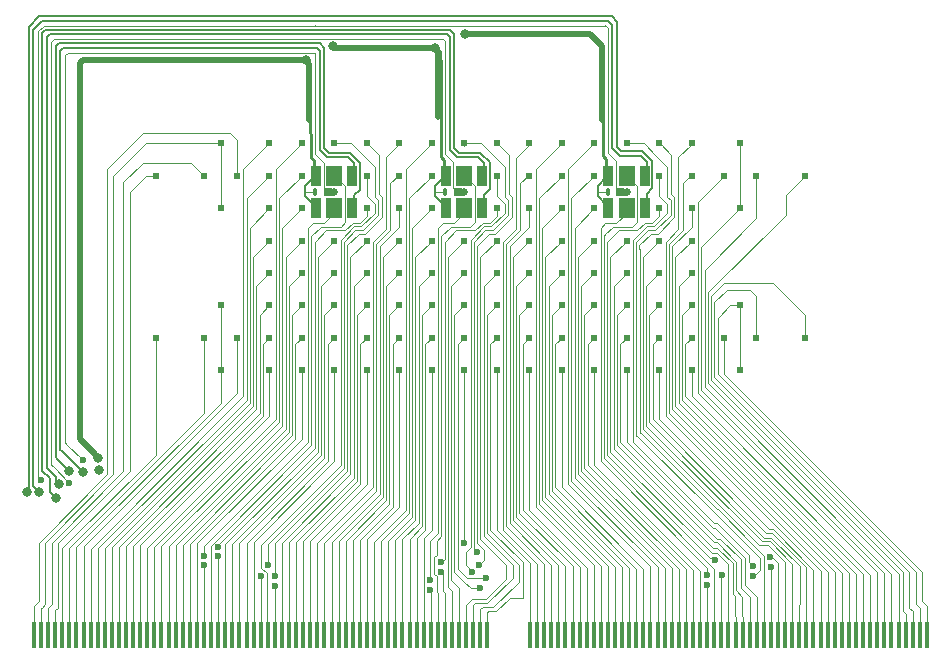
<source format=gbr>
G04 #@! TF.GenerationSoftware,KiCad,Pcbnew,6.0.11-2627ca5db0~126~ubuntu22.04.1*
G04 #@! TF.CreationDate,2023-05-08T08:47:40+02:00*
G04 #@! TF.ProjectId,DIMMCartridge_heaters,44494d4d-4361-4727-9472-696467655f68,rev?*
G04 #@! TF.SameCoordinates,Original*
G04 #@! TF.FileFunction,Copper,L2,Bot*
G04 #@! TF.FilePolarity,Positive*
%FSLAX46Y46*%
G04 Gerber Fmt 4.6, Leading zero omitted, Abs format (unit mm)*
G04 Created by KiCad (PCBNEW 6.0.11-2627ca5db0~126~ubuntu22.04.1) date 2023-05-08 08:47:40*
%MOMM*%
%LPD*%
G01*
G04 APERTURE LIST*
G04 Aperture macros list*
%AMRoundRect*
0 Rectangle with rounded corners*
0 $1 Rounding radius*
0 $2 $3 $4 $5 $6 $7 $8 $9 X,Y pos of 4 corners*
0 Add a 4 corners polygon primitive as box body*
4,1,4,$2,$3,$4,$5,$6,$7,$8,$9,$2,$3,0*
0 Add four circle primitives for the rounded corners*
1,1,$1+$1,$2,$3*
1,1,$1+$1,$4,$5*
1,1,$1+$1,$6,$7*
1,1,$1+$1,$8,$9*
0 Add four rect primitives between the rounded corners*
20,1,$1+$1,$2,$3,$4,$5,0*
20,1,$1+$1,$4,$5,$6,$7,0*
20,1,$1+$1,$6,$7,$8,$9,0*
20,1,$1+$1,$8,$9,$2,$3,0*%
G04 Aperture macros list end*
G04 #@! TA.AperFunction,EtchedComponent*
%ADD10C,0.100000*%
G04 #@! TD*
G04 #@! TA.AperFunction,SMDPad,CuDef*
%ADD11RoundRect,0.070000X-0.630000X-0.805000X0.630000X-0.805000X0.630000X0.805000X-0.630000X0.805000X0*%
G04 #@! TD*
G04 #@! TA.AperFunction,SMDPad,CuDef*
%ADD12RoundRect,0.040000X-0.360000X-0.835000X0.360000X-0.835000X0.360000X0.835000X-0.360000X0.835000X0*%
G04 #@! TD*
G04 #@! TA.AperFunction,SMDPad,CuDef*
%ADD13RoundRect,0.070000X0.630000X0.805000X-0.630000X0.805000X-0.630000X-0.805000X0.630000X-0.805000X0*%
G04 #@! TD*
G04 #@! TA.AperFunction,SMDPad,CuDef*
%ADD14RoundRect,0.040000X0.360000X0.835000X-0.360000X0.835000X-0.360000X-0.835000X0.360000X-0.835000X0*%
G04 #@! TD*
G04 #@! TA.AperFunction,ComponentPad*
%ADD15C,0.604800*%
G04 #@! TD*
G04 #@! TA.AperFunction,SMDPad,CuDef*
%ADD16R,0.400000X2.300000*%
G04 #@! TD*
G04 #@! TA.AperFunction,ComponentPad*
%ADD17C,0.650000*%
G04 #@! TD*
G04 #@! TA.AperFunction,SMDPad,CuDef*
%ADD18RoundRect,0.030000X0.120000X0.290000X-0.120000X0.290000X-0.120000X-0.290000X0.120000X-0.290000X0*%
G04 #@! TD*
G04 #@! TA.AperFunction,SMDPad,CuDef*
%ADD19RoundRect,0.064000X0.286000X0.256000X-0.286000X0.256000X-0.286000X-0.256000X0.286000X-0.256000X0*%
G04 #@! TD*
G04 #@! TA.AperFunction,ViaPad*
%ADD20C,0.600000*%
G04 #@! TD*
G04 #@! TA.AperFunction,ViaPad*
%ADD21C,0.800000*%
G04 #@! TD*
G04 #@! TA.AperFunction,Conductor*
%ADD22C,0.110000*%
G04 #@! TD*
G04 #@! TA.AperFunction,Conductor*
%ADD23C,0.200000*%
G04 #@! TD*
G04 #@! TA.AperFunction,Conductor*
%ADD24C,0.100000*%
G04 #@! TD*
G04 #@! TA.AperFunction,Conductor*
%ADD25C,0.250000*%
G04 #@! TD*
G04 #@! TA.AperFunction,Conductor*
%ADD26C,0.500000*%
G04 #@! TD*
G04 APERTURE END LIST*
D10*
X87275000Y-94270000D02*
X87615000Y-94270000D01*
X87275000Y-93730000D02*
X87615000Y-93730000D01*
X112025000Y-94270000D02*
X112365000Y-94270000D01*
X112025000Y-93730000D02*
X112365000Y-93730000D01*
X98275000Y-94270000D02*
X98615000Y-94270000D01*
X98275000Y-93730000D02*
X98615000Y-93730000D01*
D11*
X87625000Y-92625000D03*
D12*
X86095000Y-92625000D03*
X89155000Y-92625000D03*
D11*
X87625000Y-95375000D03*
D12*
X86095000Y-95375000D03*
X89155000Y-95375000D03*
D13*
X98625000Y-92625000D03*
D14*
X100155000Y-92625000D03*
X97095000Y-92625000D03*
D13*
X98625000Y-95375000D03*
D14*
X100155000Y-95375000D03*
X97095000Y-95375000D03*
D13*
X112375000Y-92625000D03*
D14*
X113905000Y-92625000D03*
X110845000Y-92625000D03*
D13*
X112375000Y-95375000D03*
D14*
X113905000Y-95375000D03*
X110845000Y-95375000D03*
D15*
X82125000Y-106375000D03*
X117875000Y-89875000D03*
X82125000Y-109125000D03*
X76625000Y-92625000D03*
X76625000Y-106375000D03*
X123375000Y-92625000D03*
X123375000Y-106375000D03*
X82125000Y-95375000D03*
X82125000Y-98125000D03*
X82125000Y-100875000D03*
X82125000Y-103625000D03*
X117875000Y-95375000D03*
X117875000Y-98125000D03*
X117875000Y-100875000D03*
X117875000Y-103625000D03*
X104125000Y-89875000D03*
X104125000Y-109125000D03*
X106875000Y-89875000D03*
X106875000Y-109125000D03*
X109625000Y-89875000D03*
X109625000Y-109125000D03*
X112375000Y-89875000D03*
X112375000Y-109125000D03*
X115125000Y-89875000D03*
X115125000Y-109125000D03*
X84875000Y-89875000D03*
X84875000Y-109125000D03*
X87625000Y-89875000D03*
X87625000Y-109125000D03*
X90375000Y-89875000D03*
X90375000Y-109125000D03*
X93125000Y-89875000D03*
X93125000Y-109125000D03*
X95875000Y-89875000D03*
X95875000Y-109125000D03*
X98625000Y-89875000D03*
X98625000Y-109125000D03*
X101375000Y-89875000D03*
X101375000Y-109125000D03*
X82125000Y-89875000D03*
X117875000Y-109125000D03*
X72500000Y-92625000D03*
X72500000Y-106375000D03*
X127500000Y-92625000D03*
X127500000Y-106375000D03*
X104125000Y-92625000D03*
X104125000Y-95375000D03*
X104125000Y-98125000D03*
X104125000Y-100875000D03*
X104125000Y-103625000D03*
X104125000Y-106375000D03*
X106875000Y-92625000D03*
X106875000Y-95375000D03*
X106875000Y-98125000D03*
X106875000Y-100875000D03*
X106875000Y-103625000D03*
X106875000Y-106375000D03*
X109625000Y-92625000D03*
X109625000Y-95375000D03*
X109625000Y-98125000D03*
X109625000Y-100875000D03*
X109625000Y-103625000D03*
X109625000Y-106375000D03*
X112375000Y-98125000D03*
X112375000Y-100875000D03*
X112375000Y-103625000D03*
X112375000Y-106375000D03*
X115125000Y-92625000D03*
X115125000Y-95375000D03*
X115125000Y-98125000D03*
X115125000Y-100875000D03*
X115125000Y-103625000D03*
X115125000Y-106375000D03*
X117875000Y-92625000D03*
X117875000Y-106375000D03*
X82125000Y-92625000D03*
X84875000Y-92625000D03*
X84875000Y-95375000D03*
X84875000Y-98125000D03*
X84875000Y-100875000D03*
X84875000Y-103625000D03*
X84875000Y-106375000D03*
X87625000Y-98125000D03*
X87625000Y-100875000D03*
X87625000Y-103625000D03*
X87625000Y-106375000D03*
X90375000Y-92625000D03*
X90375000Y-95375000D03*
X90375000Y-98125000D03*
X90375000Y-100875000D03*
X90375000Y-103625000D03*
X90375000Y-106375000D03*
X93125000Y-92625000D03*
X93125000Y-95375000D03*
X93125000Y-98125000D03*
X93125000Y-100875000D03*
X93125000Y-103625000D03*
X93125000Y-106375000D03*
X95875000Y-92625000D03*
X95875000Y-95375000D03*
X95875000Y-98125000D03*
X95875000Y-100875000D03*
X95875000Y-103625000D03*
X95875000Y-106375000D03*
X98625000Y-98125000D03*
X98625000Y-100875000D03*
X98625000Y-103625000D03*
X98625000Y-106375000D03*
X101375000Y-92625000D03*
X101375000Y-95375000D03*
X101375000Y-98125000D03*
X101375000Y-100875000D03*
X101375000Y-103625000D03*
X101375000Y-106375000D03*
X79375000Y-92625000D03*
X78000000Y-89875000D03*
X78000000Y-95375000D03*
X78000000Y-109125000D03*
X122000000Y-103625000D03*
X78000000Y-103625000D03*
X79375000Y-106375000D03*
X120625000Y-92625000D03*
X122000000Y-89875000D03*
X122000000Y-109125000D03*
X120625000Y-106375000D03*
X122000000Y-95375000D03*
D16*
X137800000Y-131490000D03*
X137200000Y-131490000D03*
X136600000Y-131490000D03*
X136000000Y-131490000D03*
X135400000Y-131490000D03*
X134800000Y-131490000D03*
X134200000Y-131490000D03*
X133600000Y-131490000D03*
X133000000Y-131490000D03*
X132400000Y-131490000D03*
X131800000Y-131490000D03*
X131200000Y-131490000D03*
X130600000Y-131490000D03*
X130000000Y-131490000D03*
X129400000Y-131490000D03*
X128800000Y-131490000D03*
X128200000Y-131490000D03*
X127600000Y-131490000D03*
X127000000Y-131490000D03*
X126400000Y-131490000D03*
X125800000Y-131490000D03*
X125200000Y-131490000D03*
X124600000Y-131490000D03*
X124000000Y-131490000D03*
X123400000Y-131490000D03*
X122800000Y-131490000D03*
X122200000Y-131490000D03*
X121600000Y-131490000D03*
X121000000Y-131490000D03*
X120400000Y-131490000D03*
X119800000Y-131490000D03*
X119200000Y-131490000D03*
X118600000Y-131490000D03*
X118000000Y-131490000D03*
X117400000Y-131490000D03*
X116800000Y-131490000D03*
X116200000Y-131490000D03*
X115600000Y-131490000D03*
X115000000Y-131490000D03*
X114400000Y-131490000D03*
X113800000Y-131490000D03*
X113200000Y-131490000D03*
X112600000Y-131490000D03*
X112000000Y-131490000D03*
X111400000Y-131490000D03*
X110800000Y-131490000D03*
X110200000Y-131490000D03*
X109600000Y-131490000D03*
X109000000Y-131490000D03*
X108400000Y-131490000D03*
X107800000Y-131490000D03*
X107200000Y-131490000D03*
X106600000Y-131490000D03*
X106000000Y-131490000D03*
X105400000Y-131490000D03*
X104800000Y-131490000D03*
X104200000Y-131490000D03*
X100600000Y-131490000D03*
X100000000Y-131490000D03*
X99400000Y-131490000D03*
X98800000Y-131490000D03*
X98200000Y-131490000D03*
X97600000Y-131490000D03*
X97000000Y-131490000D03*
X96400000Y-131490000D03*
X95800000Y-131490000D03*
X95200000Y-131490000D03*
X94600000Y-131490000D03*
X94000000Y-131490000D03*
X93400000Y-131490000D03*
X92800000Y-131490000D03*
X92200000Y-131490000D03*
X91600000Y-131490000D03*
X91000000Y-131490000D03*
X90400000Y-131490000D03*
X89800000Y-131490000D03*
X89200000Y-131490000D03*
X88600000Y-131490000D03*
X88000000Y-131490000D03*
X87400000Y-131490000D03*
X86800000Y-131490000D03*
X86200000Y-131490000D03*
X85600000Y-131490000D03*
X85000000Y-131490000D03*
X84400000Y-131490000D03*
X83800000Y-131490000D03*
X83200000Y-131490000D03*
X82600000Y-131490000D03*
X82000000Y-131490000D03*
X81400000Y-131490000D03*
X80800000Y-131490000D03*
X80200000Y-131490000D03*
X79600000Y-131490000D03*
X79000000Y-131490000D03*
X78400000Y-131490000D03*
X77800000Y-131490000D03*
X77200000Y-131490000D03*
X76600000Y-131490000D03*
X76000000Y-131490000D03*
X75400000Y-131490000D03*
X74800000Y-131490000D03*
X74200000Y-131490000D03*
X73600000Y-131490000D03*
X73000000Y-131490000D03*
X72400000Y-131490000D03*
X71800000Y-131490000D03*
X71200000Y-131490000D03*
X70600000Y-131490000D03*
X70000000Y-131490000D03*
X69400000Y-131490000D03*
X68800000Y-131490000D03*
X68200000Y-131490000D03*
X67600000Y-131490000D03*
X67000000Y-131490000D03*
X66400000Y-131490000D03*
X65800000Y-131490000D03*
X65200000Y-131490000D03*
X64600000Y-131490000D03*
X64000000Y-131490000D03*
X63400000Y-131490000D03*
X62800000Y-131490000D03*
X62200000Y-131490000D03*
D15*
X87625000Y-92625000D03*
X87625000Y-95375000D03*
X112375000Y-92625000D03*
X112375000Y-95375000D03*
X98625000Y-92625000D03*
X98625000Y-95375000D03*
D17*
X87625000Y-94000000D03*
D18*
X86025000Y-94000000D03*
D19*
X87075000Y-94000000D03*
D17*
X112375000Y-94000000D03*
D18*
X110775000Y-94000000D03*
D19*
X111825000Y-94000000D03*
D17*
X98625000Y-94000000D03*
D18*
X97025000Y-94000000D03*
D19*
X98075000Y-94000000D03*
D20*
X76610000Y-125605000D03*
X82030000Y-125585000D03*
X77800000Y-124825000D03*
X76610000Y-124825000D03*
X82620000Y-126545000D03*
X81410000Y-126545000D03*
X77820000Y-124065000D03*
X82630000Y-127365000D03*
X99695200Y-124497000D03*
X95732800Y-127697400D03*
X96700000Y-126175000D03*
X95760000Y-126835000D03*
X100000000Y-127550000D03*
X100457200Y-126725000D03*
X98628400Y-123735000D03*
X99847600Y-125625000D03*
X99250000Y-126173400D03*
X96690000Y-125375000D03*
X123100000Y-126505000D03*
X119200000Y-127285000D03*
X120430000Y-126475000D03*
X119200000Y-126415000D03*
X123080000Y-125695000D03*
X124610000Y-125735000D03*
X119840000Y-125155000D03*
X124510000Y-124895000D03*
D21*
X96190000Y-81825000D03*
X67670000Y-117575000D03*
X85268000Y-82841000D03*
X98730000Y-80682000D03*
X67610000Y-116565000D03*
X87554000Y-81698000D03*
X61646000Y-119417000D03*
X62662000Y-119417000D03*
D20*
X62789000Y-118401000D03*
D21*
X64059000Y-119925000D03*
X64313000Y-118782000D03*
D20*
X65202000Y-118655000D03*
D21*
X65202000Y-117639000D03*
X66345000Y-117766000D03*
D20*
X66345000Y-116750000D03*
D22*
X112871576Y-96953424D02*
X111490000Y-96945000D01*
X112871576Y-96953424D02*
X113280000Y-96545000D01*
X113280000Y-93530000D02*
X112375000Y-92625000D01*
X113280000Y-96545000D02*
X113280000Y-93530000D01*
X110766000Y-80526000D02*
X110766000Y-90691000D01*
X110766000Y-90691000D02*
X111460000Y-91385000D01*
X111460000Y-91385000D02*
X111460000Y-93635000D01*
X111460000Y-93635000D02*
X111825000Y-94000000D01*
X98883030Y-96961970D02*
X99113030Y-96961970D01*
X99113030Y-96961970D02*
X99530000Y-96545000D01*
X99530000Y-96545000D02*
X99530000Y-93530000D01*
X99530000Y-93530000D02*
X98625000Y-92625000D01*
X98883030Y-96961970D02*
X97740000Y-96955000D01*
X97016000Y-90671000D02*
X97016000Y-81635000D01*
X97720000Y-91485000D02*
X97720000Y-93645000D01*
X97016000Y-90788000D02*
X97016000Y-90671000D01*
X97016000Y-90671000D02*
X97016000Y-90781000D01*
X97016000Y-90781000D02*
X97720000Y-91485000D01*
X97720000Y-93645000D02*
X98075000Y-94000000D01*
X88171273Y-96953727D02*
X88530000Y-96595000D01*
X88530000Y-96595000D02*
X88530000Y-93530000D01*
X88530000Y-93530000D02*
X87625000Y-92625000D01*
X88171273Y-96953727D02*
X86740000Y-96945000D01*
X86110000Y-90915000D02*
X86717600Y-91522600D01*
X86717600Y-91522600D02*
X86717600Y-93642600D01*
X86717600Y-93642600D02*
X87075000Y-94000000D01*
X86340000Y-91145000D02*
X86110000Y-90915000D01*
X86110000Y-90915000D02*
X86020000Y-90825000D01*
X62200000Y-129050000D02*
X62600000Y-128650000D01*
X62600000Y-128650000D02*
X62600000Y-123700000D01*
X62600000Y-123700000D02*
X68375000Y-117925000D01*
X78790001Y-89050000D02*
X79375000Y-89634999D01*
X68375000Y-92075000D02*
X71400000Y-89050000D01*
X62200000Y-131640000D02*
X62200000Y-129050000D01*
X71400000Y-89050000D02*
X78790001Y-89050000D01*
X68375000Y-117925000D02*
X68375000Y-92075000D01*
X79375000Y-89634999D02*
X79375000Y-92625000D01*
X62800000Y-131640000D02*
X62800000Y-129200000D01*
X68925000Y-117925000D02*
X68925000Y-92625000D01*
X63150000Y-128925000D02*
X63150000Y-123700000D01*
X78000000Y-89875000D02*
X78000000Y-95375000D01*
X62875000Y-129200000D02*
X63150000Y-128925000D01*
X62800000Y-129200000D02*
X62875000Y-129200000D01*
X63150000Y-123700000D02*
X68925000Y-117925000D01*
X71675000Y-89875000D02*
X78000000Y-89875000D01*
X68925000Y-92625000D02*
X71675000Y-89875000D01*
X63400000Y-129225000D02*
X63700000Y-128925000D01*
X75525000Y-91525000D02*
X76625000Y-92625000D01*
X69750000Y-117650000D02*
X69750000Y-93175000D01*
X71400000Y-91525000D02*
X75525000Y-91525000D01*
X63700000Y-128925000D02*
X63700000Y-123700000D01*
X63400000Y-131640000D02*
X63400000Y-129225000D01*
X63700000Y-123700000D02*
X69750000Y-117650000D01*
X69750000Y-93175000D02*
X71400000Y-91525000D01*
X64000000Y-129450000D02*
X64250000Y-129200000D01*
X70300000Y-117650000D02*
X70300000Y-94000000D01*
X64250000Y-123700000D02*
X70300000Y-117650000D01*
X71675000Y-92625000D02*
X72500000Y-92625000D01*
X70300000Y-94000000D02*
X71675000Y-92625000D01*
X64250000Y-129200000D02*
X64250000Y-123700000D01*
X64000000Y-131640000D02*
X64000000Y-129450000D01*
X72500000Y-116275000D02*
X72500000Y-106375000D01*
X64600000Y-131640000D02*
X64600000Y-124175000D01*
X64600000Y-124175000D02*
X72500000Y-116275000D01*
X65200000Y-124125000D02*
X76625000Y-112700000D01*
X65200000Y-131640000D02*
X65200000Y-124125000D01*
X76625000Y-112700000D02*
X76625000Y-106375000D01*
X78000000Y-109125000D02*
X78000000Y-103625000D01*
X65800000Y-124075000D02*
X78000000Y-111875000D01*
X78000000Y-111875000D02*
X78000000Y-109125000D01*
X65800000Y-131640000D02*
X65800000Y-124075000D01*
X66400000Y-131640000D02*
X66400000Y-124025000D01*
X66400000Y-124025000D02*
X79375000Y-111050000D01*
X79375000Y-111050000D02*
X79375000Y-106375000D01*
X79925000Y-92075000D02*
X82125000Y-89875000D01*
X67000000Y-131640000D02*
X67000000Y-124250000D01*
X79925000Y-111325000D02*
X79925000Y-92075000D01*
D23*
X82125000Y-89875000D02*
X82125000Y-90062000D01*
D22*
X67000000Y-124250000D02*
X79925000Y-111325000D01*
X80200000Y-94550000D02*
X82125000Y-92625000D01*
X67600000Y-131640000D02*
X67600000Y-124200000D01*
X67600000Y-124200000D02*
X80200000Y-111600000D01*
X80200000Y-111600000D02*
X80200000Y-94550000D01*
X80475000Y-111875000D02*
X80475000Y-97025000D01*
X80475000Y-97025000D02*
X82125000Y-95375000D01*
X68200000Y-131640000D02*
X68200000Y-124150000D01*
X68200000Y-124150000D02*
X80475000Y-111875000D01*
X80750000Y-112150000D02*
X80750000Y-99500000D01*
X68800000Y-126725000D02*
X68800000Y-126025000D01*
X68800000Y-124100000D02*
X80750000Y-112150000D01*
X68800000Y-126725000D02*
X68800000Y-124100000D01*
X68800000Y-131640000D02*
X68800000Y-126725000D01*
X80750000Y-99500000D02*
X82125000Y-98125000D01*
X69400000Y-124050000D02*
X81025000Y-112425000D01*
X69400000Y-131640000D02*
X69400000Y-124050000D01*
X81025000Y-111050000D02*
X81025000Y-101975000D01*
X81025000Y-111325000D02*
X81025000Y-111050000D01*
X82125000Y-100875000D02*
X82125000Y-100967494D01*
X81025000Y-112425000D02*
X81025000Y-111050000D01*
X81025000Y-101975000D02*
X82125000Y-100875000D01*
X70000000Y-124000000D02*
X81300000Y-112700000D01*
X81300000Y-112700000D02*
X81300000Y-104450000D01*
X81300000Y-104450000D02*
X82125000Y-103625000D01*
X70000000Y-131640000D02*
X70000000Y-124000000D01*
X81575000Y-106925000D02*
X82125000Y-106375000D01*
X70600000Y-123950000D02*
X81575000Y-112975000D01*
X70600000Y-131640000D02*
X70600000Y-123950000D01*
X81575000Y-112975000D02*
X81575000Y-106925000D01*
X82125000Y-112975000D02*
X82125000Y-111325000D01*
X82125000Y-111325000D02*
X82125000Y-109125000D01*
X71200000Y-123900000D02*
X82125000Y-112975000D01*
X71200000Y-131640000D02*
X71200000Y-123900000D01*
X82675000Y-113250000D02*
X82675000Y-92075000D01*
X71800000Y-124125000D02*
X82675000Y-113250000D01*
X84875000Y-89875000D02*
X82675000Y-92075000D01*
X71800000Y-131640000D02*
X71800000Y-124125000D01*
X82950000Y-113525000D02*
X82950000Y-110775000D01*
X82950000Y-111050000D02*
X82950000Y-110775000D01*
X72400000Y-131640000D02*
X72400000Y-124075000D01*
X84875000Y-92625000D02*
X82950000Y-94550000D01*
X82950000Y-110775000D02*
X82950000Y-94550000D01*
X72400000Y-124075000D02*
X82950000Y-113525000D01*
X83225000Y-113800000D02*
X83225000Y-110775000D01*
X73000000Y-131640000D02*
X73000000Y-124025000D01*
X84875000Y-95375000D02*
X83225000Y-97025000D01*
X83225000Y-111050000D02*
X83225000Y-110775000D01*
X73000000Y-124025000D02*
X83225000Y-113800000D01*
X83225000Y-110775000D02*
X83225000Y-97025000D01*
X83500000Y-114075000D02*
X83500000Y-110775000D01*
X73600000Y-123975000D02*
X83500000Y-114075000D01*
X83500000Y-99500000D02*
X84875000Y-98125000D01*
X83500000Y-110775000D02*
X83500000Y-99500000D01*
X73600000Y-131640000D02*
X73600000Y-123975000D01*
X83500000Y-111325000D02*
X83500000Y-110775000D01*
X74200000Y-131640000D02*
X74200000Y-123925000D01*
X83775000Y-111325000D02*
X83775000Y-101975000D01*
X83775000Y-101975000D02*
X84875000Y-100875000D01*
X74200000Y-123925000D02*
X83775000Y-114350000D01*
X83775000Y-114350000D02*
X83775000Y-111050000D01*
X74800000Y-123875000D02*
X84050000Y-114625000D01*
X84050000Y-104450000D02*
X84875000Y-103625000D01*
X84050000Y-111325000D02*
X84050000Y-104450000D01*
X74800000Y-131640000D02*
X74800000Y-124150000D01*
X74800000Y-124150000D02*
X74800000Y-123875000D01*
X84050000Y-114625000D02*
X84050000Y-111050000D01*
X84325000Y-106925000D02*
X84875000Y-106375000D01*
X75400000Y-131640000D02*
X75400000Y-123825000D01*
X75400000Y-123825000D02*
X84325000Y-114900000D01*
X84325000Y-111325000D02*
X84325000Y-111050000D01*
X84325000Y-111050000D02*
X84325000Y-106925000D01*
X84325000Y-114900000D02*
X84325000Y-111050000D01*
X84875000Y-111050000D02*
X84875000Y-109125000D01*
X84875000Y-111325000D02*
X84875000Y-111050000D01*
X76000000Y-123775000D02*
X84875000Y-114900000D01*
X84875000Y-114900000D02*
X84875000Y-111050000D01*
X76000000Y-131640000D02*
X76000000Y-123775000D01*
X82000000Y-125555000D02*
X82030000Y-125585000D01*
X88450000Y-110775000D02*
X88450000Y-117375000D01*
X91090000Y-91895000D02*
X91090000Y-94415000D01*
X91350000Y-95915000D02*
X91350000Y-95935000D01*
X82020000Y-125645000D02*
X82030000Y-125655000D01*
X76620000Y-125685000D02*
X76610000Y-125675000D01*
X91350000Y-95935000D02*
X90030000Y-97255000D01*
X88450000Y-117375000D02*
X82000000Y-123825000D01*
X88450000Y-98435000D02*
X88450000Y-110775000D01*
X89060000Y-89875000D02*
X90150000Y-90965000D01*
X88450000Y-98225000D02*
X89420000Y-97255000D01*
X90150000Y-90965000D02*
X90160000Y-90965000D01*
X87625000Y-89875000D02*
X87625000Y-90080000D01*
X76600000Y-131490000D02*
X76600000Y-125835000D01*
X89420000Y-97255000D02*
X89540000Y-97255000D01*
X82000000Y-123825000D02*
X82000000Y-125555000D01*
X91090000Y-94415000D02*
X91350000Y-94675000D01*
X87625000Y-89875000D02*
X89060000Y-89875000D01*
X88450000Y-111050000D02*
X88450000Y-110775000D01*
X89540000Y-97255000D02*
X89530000Y-97255000D01*
X91350000Y-94675000D02*
X91350000Y-95915000D01*
X88450000Y-98435000D02*
X88450000Y-98225000D01*
X90030000Y-97255000D02*
X89540000Y-97255000D01*
X90160000Y-90965000D02*
X91090000Y-91895000D01*
X76620000Y-124865000D02*
X76610000Y-124875000D01*
X77780000Y-131470000D02*
X77800000Y-131490000D01*
X86320000Y-96665000D02*
X85840000Y-96665000D01*
X86770000Y-96665000D02*
X86320000Y-96665000D01*
X77780000Y-125025000D02*
X77780000Y-131470000D01*
X86320000Y-96665000D02*
X86300000Y-96665000D01*
X87625000Y-95375000D02*
X87625000Y-95810000D01*
X85425000Y-97080000D02*
X85425000Y-115175000D01*
X76610000Y-124010000D02*
X76600000Y-124000000D01*
X85840000Y-96665000D02*
X85425000Y-97080000D01*
X87625000Y-95810000D02*
X86770000Y-96665000D01*
X86320000Y-96665000D02*
X86310000Y-96665000D01*
X76610000Y-124825000D02*
X76610000Y-124010000D01*
X85425000Y-115175000D02*
X76600000Y-124000000D01*
X86250000Y-111050000D02*
X86250000Y-110500000D01*
X86250000Y-116000000D02*
X86250000Y-110500000D01*
X78400000Y-131640000D02*
X78400000Y-123850000D01*
X86250000Y-99500000D02*
X87625000Y-98125000D01*
X86250000Y-110500000D02*
X86250000Y-99500000D01*
X78400000Y-123850000D02*
X86250000Y-116000000D01*
X79000000Y-123800000D02*
X86525000Y-116275000D01*
X79000000Y-131640000D02*
X79000000Y-123800000D01*
X86525000Y-116275000D02*
X86525000Y-110500000D01*
X86525000Y-110500000D02*
X86525000Y-101975000D01*
X86525000Y-111050000D02*
X86525000Y-110500000D01*
X86525000Y-101975000D02*
X87625000Y-100875000D01*
X86800000Y-116550000D02*
X86800000Y-110500000D01*
X86800000Y-104450000D02*
X87625000Y-103625000D01*
X79600000Y-123750000D02*
X86800000Y-116550000D01*
X86800000Y-111050000D02*
X86800000Y-110775000D01*
X79600000Y-131640000D02*
X79600000Y-123750000D01*
X86800000Y-110500000D02*
X86800000Y-110775000D01*
X86800000Y-110775000D02*
X86800000Y-104450000D01*
X87075000Y-116825000D02*
X87075000Y-110775000D01*
X87075000Y-106925000D02*
X87625000Y-106375000D01*
X87075000Y-110775000D02*
X87075000Y-106925000D01*
X80200000Y-131640000D02*
X80200000Y-123700000D01*
X87075000Y-111050000D02*
X87075000Y-110775000D01*
X80200000Y-123700000D02*
X87075000Y-116825000D01*
X90375000Y-89875000D02*
X90430000Y-89875000D01*
X88720000Y-99065000D02*
X88720000Y-98845000D01*
X90270000Y-97555000D02*
X89710000Y-97555000D01*
X88720000Y-98845000D02*
X88720000Y-98545000D01*
X82600000Y-123775000D02*
X82600000Y-126525000D01*
X82600000Y-123775000D02*
X82620000Y-123705000D01*
X91660000Y-94455000D02*
X91660000Y-95795000D01*
X88725000Y-117650000D02*
X88725000Y-99170000D01*
X88720000Y-99065000D02*
X88720000Y-99205000D01*
X82610000Y-123715000D02*
X82620000Y-123705000D01*
X91410000Y-94205000D02*
X91660000Y-94455000D01*
X88720000Y-98845000D02*
X88720000Y-98685000D01*
X82600000Y-126525000D02*
X82620000Y-126545000D01*
X91660000Y-95795000D02*
X91660000Y-96165000D01*
X81400000Y-131490000D02*
X81400000Y-126555000D01*
X81410000Y-131480000D02*
X81400000Y-131490000D01*
X90375000Y-89875000D02*
X90480000Y-89875000D01*
X91660000Y-96165000D02*
X90270000Y-97555000D01*
X88720000Y-98545000D02*
X89720000Y-97545000D01*
X91410000Y-90855000D02*
X91410000Y-94205000D01*
X81400000Y-126555000D02*
X81410000Y-126545000D01*
X90430000Y-89875000D02*
X91410000Y-90855000D01*
X82620000Y-123705000D02*
X88725000Y-117650000D01*
X88720000Y-99065000D02*
X88720000Y-98735000D01*
X81950000Y-131440000D02*
X82000000Y-131490000D01*
X91060000Y-95005000D02*
X91060000Y-95775000D01*
X90375000Y-92625000D02*
X90375000Y-94320000D01*
X88175000Y-117100000D02*
X81400000Y-123875000D01*
X88175000Y-98060000D02*
X88175000Y-117100000D01*
X91060000Y-95775000D02*
X89920000Y-96915000D01*
X81950000Y-126875000D02*
X81950000Y-126315000D01*
X89410000Y-96915000D02*
X89320000Y-96915000D01*
X81460000Y-125835000D02*
X81430000Y-125795000D01*
X81400000Y-123875000D02*
X81400000Y-125775000D01*
X81950000Y-126875000D02*
X81950000Y-131440000D01*
X81950000Y-126655000D02*
X81950000Y-126875000D01*
X89920000Y-96915000D02*
X89400000Y-96915000D01*
X90375000Y-94320000D02*
X91060000Y-95005000D01*
X89320000Y-96915000D02*
X88175000Y-98060000D01*
X81950000Y-126315000D02*
X81460000Y-125835000D01*
X81400000Y-125775000D02*
X81460000Y-125835000D01*
X90375000Y-95375000D02*
X90375000Y-96020000D01*
X85975000Y-98240000D02*
X86960000Y-97255000D01*
X90375000Y-96040000D02*
X89810000Y-96605000D01*
X86960000Y-97255000D02*
X88530000Y-97255000D01*
X89180000Y-96605000D02*
X88530000Y-97255000D01*
X89310000Y-96605000D02*
X89200000Y-96605000D01*
X89810000Y-96605000D02*
X89310000Y-96605000D01*
X77800000Y-123900000D02*
X85975000Y-115725000D01*
X85975000Y-111050000D02*
X85975000Y-98690000D01*
X82600000Y-127395000D02*
X82630000Y-127365000D01*
X89200000Y-96605000D02*
X89180000Y-96605000D01*
X82600000Y-131490000D02*
X82600000Y-127395000D01*
X90375000Y-96020000D02*
X90375000Y-96040000D01*
X85975000Y-115725000D02*
X85975000Y-110775000D01*
X85975000Y-98690000D02*
X85975000Y-98240000D01*
X83200000Y-131640000D02*
X83200000Y-123725000D01*
X89000000Y-111050000D02*
X89000000Y-110775000D01*
X89000000Y-99500000D02*
X90375000Y-98125000D01*
X89000000Y-110775000D02*
X89000000Y-99500000D01*
X89000000Y-117925000D02*
X89000000Y-110775000D01*
X83200000Y-123725000D02*
X89000000Y-117925000D01*
X89275000Y-101975000D02*
X90375000Y-100875000D01*
X83800000Y-131640000D02*
X83800000Y-123675000D01*
X89275000Y-118200000D02*
X89275000Y-101975000D01*
X83800000Y-123675000D02*
X89275000Y-118200000D01*
X84400000Y-123625000D02*
X89550000Y-118475000D01*
X89550000Y-118475000D02*
X89550000Y-111050000D01*
X89550000Y-104450000D02*
X90375000Y-103625000D01*
X84400000Y-131640000D02*
X84400000Y-123625000D01*
X89550000Y-111050000D02*
X89550000Y-104450000D01*
X89825000Y-106925000D02*
X90375000Y-106375000D01*
X89825000Y-118750000D02*
X89825000Y-106925000D01*
X85000000Y-123575000D02*
X89825000Y-118750000D01*
X85000000Y-131640000D02*
X85000000Y-123575000D01*
X85600000Y-123525000D02*
X90375000Y-118750000D01*
X85600000Y-131640000D02*
X85600000Y-123525000D01*
X90375000Y-111050000D02*
X90375000Y-109125000D01*
X90375000Y-118750000D02*
X90375000Y-111050000D01*
X90925000Y-99540000D02*
X90925000Y-98240000D01*
X90925000Y-111050000D02*
X90925000Y-110775000D01*
X92020000Y-97145000D02*
X92020000Y-91095000D01*
X92020000Y-91095000D02*
X93125000Y-89990000D01*
X90925000Y-98240000D02*
X92020000Y-97145000D01*
X90925000Y-119025000D02*
X90925000Y-110775000D01*
X93125000Y-89990000D02*
X93125000Y-89875000D01*
X90925000Y-99540000D02*
X90925000Y-99470000D01*
X86200000Y-123750000D02*
X90925000Y-119025000D01*
X90925000Y-110775000D02*
X90925000Y-99540000D01*
X86200000Y-131640000D02*
X86200000Y-123750000D01*
X93010000Y-92625000D02*
X93125000Y-92625000D01*
X86800000Y-131640000D02*
X86800000Y-123700000D01*
X86800000Y-123700000D02*
X91200000Y-119300000D01*
X92380000Y-93255000D02*
X93010000Y-92625000D01*
X91200000Y-119300000D02*
X91200000Y-98445000D01*
X92380000Y-97265000D02*
X92380000Y-93255000D01*
X91200000Y-98445000D02*
X92380000Y-97265000D01*
X87400000Y-123650000D02*
X91475000Y-119575000D01*
X91475000Y-111050000D02*
X91475000Y-110775000D01*
X87400000Y-131640000D02*
X87400000Y-123650000D01*
X93125000Y-96960000D02*
X91480000Y-98605000D01*
X91475000Y-119575000D02*
X91475000Y-110775000D01*
X91475000Y-110775000D02*
X91480000Y-98605000D01*
X93125000Y-95375000D02*
X93125000Y-96960000D01*
X91750000Y-99500000D02*
X93125000Y-98125000D01*
X88000000Y-123600000D02*
X91750000Y-119850000D01*
X91750000Y-110775000D02*
X91750000Y-99500000D01*
X88000000Y-131640000D02*
X88000000Y-123600000D01*
X91750000Y-111050000D02*
X91750000Y-110775000D01*
X91750000Y-119850000D02*
X91750000Y-110775000D01*
X92025000Y-111050000D02*
X92025000Y-101975000D01*
X88600000Y-131640000D02*
X88600000Y-123550000D01*
X92025000Y-120125000D02*
X92025000Y-111050000D01*
X88600000Y-123550000D02*
X92025000Y-120125000D01*
X92025000Y-101975000D02*
X93125000Y-100875000D01*
X92300000Y-110775000D02*
X92300000Y-104450000D01*
X92300000Y-120400000D02*
X92300000Y-110775000D01*
X89200000Y-131640000D02*
X89200000Y-123500000D01*
X89200000Y-123500000D02*
X92300000Y-120400000D01*
X92300000Y-104450000D02*
X93125000Y-103625000D01*
X89800000Y-123450000D02*
X92575000Y-120675000D01*
X89800000Y-131640000D02*
X89800000Y-123450000D01*
X92575000Y-120675000D02*
X92575000Y-106925000D01*
X92575000Y-106925000D02*
X93125000Y-106375000D01*
X91000000Y-123625000D02*
X93675000Y-120950000D01*
X93675000Y-111050000D02*
X93675000Y-110775000D01*
X93675000Y-92075000D02*
X95875000Y-89875000D01*
X91000000Y-131640000D02*
X91000000Y-123625000D01*
X93675000Y-120950000D02*
X93675000Y-110775000D01*
X93675000Y-110775000D02*
X93675000Y-92075000D01*
X93950000Y-110775000D02*
X93950000Y-94550000D01*
X93950000Y-121225000D02*
X93950000Y-110775000D01*
X91600000Y-123575000D02*
X93950000Y-121225000D01*
X93950000Y-94550000D02*
X95875000Y-92625000D01*
X93950000Y-111050000D02*
X93950000Y-110775000D01*
X91600000Y-131640000D02*
X91600000Y-123575000D01*
X94225000Y-111050000D02*
X94225000Y-110775000D01*
X92200000Y-123525000D02*
X94225000Y-121500000D01*
X94225000Y-110775000D02*
X94225000Y-97025000D01*
X94225000Y-121500000D02*
X94225000Y-110775000D01*
X92200000Y-131640000D02*
X92200000Y-123525000D01*
X94225000Y-97025000D02*
X95875000Y-95375000D01*
X94500000Y-121775000D02*
X94500000Y-99500000D01*
X92800000Y-131640000D02*
X92800000Y-123475000D01*
X94500000Y-99500000D02*
X95875000Y-98125000D01*
X92800000Y-123475000D02*
X94500000Y-121775000D01*
X94775000Y-101975000D02*
X95875000Y-100875000D01*
X93400000Y-123425000D02*
X94775000Y-122050000D01*
X94775000Y-122050000D02*
X94775000Y-110775000D01*
X93400000Y-131640000D02*
X93400000Y-123425000D01*
X94775000Y-110775000D02*
X94775000Y-101975000D01*
X94775000Y-111050000D02*
X94775000Y-110775000D01*
X94000000Y-131640000D02*
X94000000Y-123375000D01*
X95050000Y-104450000D02*
X95875000Y-103625000D01*
X94000000Y-123375000D02*
X95050000Y-122325000D01*
X95050000Y-122325000D02*
X95050000Y-104450000D01*
X95325000Y-122600000D02*
X95325000Y-110775000D01*
X95325000Y-110775000D02*
X95325000Y-106925000D01*
X94600000Y-131640000D02*
X94600000Y-123325000D01*
X95325000Y-106925000D02*
X95875000Y-106375000D01*
X94600000Y-123325000D02*
X95325000Y-122600000D01*
X95200000Y-131640000D02*
X95200000Y-123275000D01*
X95200000Y-123275000D02*
X95875000Y-122600000D01*
X95875000Y-122600000D02*
X95875000Y-110775000D01*
X95875000Y-111050000D02*
X95875000Y-110775000D01*
X95875000Y-110775000D02*
X95875000Y-109125000D01*
X99450000Y-98235000D02*
X100420000Y-97265000D01*
X102090000Y-94425000D02*
X102350000Y-94685000D01*
X98625000Y-89885000D02*
X100060000Y-89885000D01*
X102090000Y-91905000D02*
X102090000Y-94425000D01*
X100060000Y-89885000D02*
X101150000Y-90975000D01*
X102350000Y-94685000D02*
X102350000Y-95925000D01*
X100540000Y-97265000D02*
X100530000Y-97265000D01*
X101150000Y-90975000D02*
X101160000Y-90975000D01*
X98625000Y-89885000D02*
X98625000Y-90090000D01*
X100420000Y-97265000D02*
X100540000Y-97265000D01*
X102350000Y-95925000D02*
X102350000Y-95945000D01*
X101030000Y-97265000D02*
X100540000Y-97265000D01*
X102350000Y-95945000D02*
X101030000Y-97265000D01*
X101160000Y-90975000D02*
X102090000Y-91905000D01*
X99450000Y-98385000D02*
X99450000Y-123845000D01*
X99450000Y-124251800D02*
X99695200Y-124497000D01*
X99450000Y-123980200D02*
X99450000Y-124251800D01*
X95800000Y-127764600D02*
X95732800Y-127697400D01*
X99450000Y-123980200D02*
X99450000Y-124185000D01*
X95800000Y-131490000D02*
X95800000Y-127764600D01*
X99450000Y-98445000D02*
X99450000Y-98385000D01*
X99450000Y-123845000D02*
X99450000Y-123980200D01*
X99450000Y-123845000D02*
X99450000Y-123985000D01*
X99450000Y-98385000D02*
X99450000Y-98235000D01*
X96300000Y-123550000D02*
X96300000Y-124755000D01*
X96110000Y-126325000D02*
X96300000Y-126515000D01*
X96700000Y-123150000D02*
X96300000Y-123550000D01*
X96400000Y-127965000D02*
X96400000Y-131490000D01*
X96300000Y-127865000D02*
X96400000Y-127965000D01*
X96300000Y-126515000D02*
X96300000Y-127865000D01*
X96300000Y-124755000D02*
X96110000Y-124945000D01*
X97740000Y-96955000D02*
X97490000Y-96955000D01*
X98625000Y-92635000D02*
X98650000Y-92635000D01*
X97490000Y-96955000D02*
X96700000Y-97745000D01*
X96110000Y-124945000D02*
X96110000Y-126325000D01*
X96700000Y-97745000D02*
X96700000Y-123150000D01*
X97770000Y-96675000D02*
X97320000Y-96675000D01*
X97320000Y-96675000D02*
X96840000Y-96675000D01*
X97320000Y-96675000D02*
X97310000Y-96675000D01*
X96840000Y-96675000D02*
X96425000Y-97090000D01*
X97320000Y-96675000D02*
X97300000Y-96675000D01*
X98625000Y-95385000D02*
X98625000Y-95820000D01*
X98625000Y-95820000D02*
X97770000Y-96675000D01*
X96425000Y-97090000D02*
X96425000Y-110770000D01*
X96425000Y-110775000D02*
X96425000Y-111325000D01*
X96820000Y-126295000D02*
X96700000Y-126175000D01*
X96820000Y-127195000D02*
X96820000Y-127413000D01*
X96820000Y-126865000D02*
X96800000Y-126845000D01*
X96820000Y-126865000D02*
X96820000Y-126295000D01*
X97000000Y-127985000D02*
X97000000Y-131490000D01*
X95760000Y-126835000D02*
X95760000Y-123540000D01*
X96820000Y-127413000D02*
X96820000Y-127805000D01*
X96820000Y-127413000D02*
X96820000Y-126865000D01*
X96820000Y-127805000D02*
X97000000Y-127985000D01*
X96425000Y-122875000D02*
X96425000Y-110775000D01*
X95760000Y-123540000D02*
X96425000Y-122875000D01*
X97260010Y-126450000D02*
X97260010Y-111335010D01*
X97260010Y-127485010D02*
X97260010Y-126450000D01*
X97260010Y-127485010D02*
X97600000Y-127825000D01*
X97250000Y-99500000D02*
X97250000Y-110775000D01*
X97600000Y-127825000D02*
X97600000Y-131640000D01*
X97260010Y-111335010D02*
X97260010Y-110785010D01*
X97250000Y-99500000D02*
X98625000Y-98125000D01*
X97525000Y-126875000D02*
X98200000Y-127550000D01*
X98625000Y-100875000D02*
X97525000Y-101975000D01*
X97525000Y-101975000D02*
X97525000Y-126875000D01*
X98200000Y-127550000D02*
X98200000Y-131640000D01*
X97800000Y-126175000D02*
X98625000Y-127000000D01*
X98625000Y-103625000D02*
X97800000Y-104450000D01*
X97800000Y-104450000D02*
X97800000Y-126175000D01*
X99175000Y-127550000D02*
X98625000Y-127000000D01*
X100000000Y-127550000D02*
X99175000Y-127550000D01*
X98875200Y-126725000D02*
X98075000Y-125924800D01*
X98075000Y-125924800D02*
X98075000Y-110775000D01*
X98075000Y-110775000D02*
X98075000Y-106925000D01*
X98075000Y-106925000D02*
X98625000Y-106375000D01*
X98075000Y-111050000D02*
X98075000Y-110775000D01*
X100457200Y-126725000D02*
X98875200Y-126725000D01*
X98625000Y-123731600D02*
X98628400Y-123735000D01*
X98625000Y-110775000D02*
X98625000Y-123579200D01*
X98625000Y-111050000D02*
X98625000Y-110775000D01*
X98625000Y-110775000D02*
X98625000Y-109125000D01*
X98625000Y-123579200D02*
X98625000Y-123731600D01*
X85700000Y-111050000D02*
X85700000Y-110775000D01*
X85700000Y-97735000D02*
X86490000Y-96945000D01*
X87625000Y-92625000D02*
X87650000Y-92625000D01*
X86490000Y-96945000D02*
X86740000Y-96945000D01*
X85700000Y-115450000D02*
X85700000Y-110775000D01*
X77200000Y-123950000D02*
X77200000Y-131490000D01*
X85700000Y-110775000D02*
X85700000Y-97735000D01*
X77200000Y-123950000D02*
X85700000Y-115450000D01*
X87625000Y-111050000D02*
X87625000Y-109125000D01*
X80800000Y-131640000D02*
X80800000Y-123650000D01*
X80800000Y-123650000D02*
X87625000Y-116825000D01*
X87625000Y-116825000D02*
X87625000Y-110775000D01*
X93125000Y-110775000D02*
X93125000Y-111050000D01*
X90400000Y-131640000D02*
X90400000Y-123400000D01*
X93125000Y-111050000D02*
X93125000Y-109125000D01*
X90400000Y-123400000D02*
X93125000Y-120675000D01*
X93125000Y-120675000D02*
X93125000Y-111050000D01*
X101270000Y-97565000D02*
X100710000Y-97565000D01*
X99720000Y-98555000D02*
X100720000Y-97555000D01*
X101375000Y-89885000D02*
X101430000Y-89885000D01*
X101375000Y-89885000D02*
X101480000Y-89885000D01*
X102660000Y-96175000D02*
X101270000Y-97565000D01*
X102410000Y-90865000D02*
X102410000Y-94215000D01*
X102660000Y-95805000D02*
X102660000Y-96175000D01*
X102660000Y-94465000D02*
X102660000Y-95805000D01*
X101430000Y-89885000D02*
X102410000Y-90865000D01*
X102410000Y-94215000D02*
X102660000Y-94465000D01*
X99725000Y-110775000D02*
X99725000Y-98550000D01*
X99725000Y-110775000D02*
X99725000Y-123764800D01*
X100304800Y-125167800D02*
X99847600Y-125625000D01*
X99725000Y-111050000D02*
X99725000Y-110775000D01*
X100304800Y-124344600D02*
X100304800Y-125167800D01*
X99725000Y-123764800D02*
X100304800Y-124344600D01*
X100320000Y-96925000D02*
X99175000Y-98070000D01*
X102060000Y-95785000D02*
X100920000Y-96925000D01*
X101375000Y-94330000D02*
X102060000Y-95015000D01*
X101375000Y-92635000D02*
X101375000Y-94330000D01*
X100920000Y-96925000D02*
X100400000Y-96925000D01*
X102060000Y-95015000D02*
X102060000Y-95785000D01*
X100410000Y-96925000D02*
X100320000Y-96925000D01*
X99175000Y-98070000D02*
X99175000Y-123680000D01*
X99250000Y-126173400D02*
X99250000Y-126125000D01*
X98780800Y-124497000D02*
X98750000Y-125625000D01*
X99175000Y-124102800D02*
X98780800Y-124497000D01*
X99250000Y-126125000D02*
X98750000Y-125625000D01*
X99175000Y-123680000D02*
X99175000Y-124102800D01*
X101375000Y-96050000D02*
X100810000Y-96615000D01*
X100310000Y-96615000D02*
X100200000Y-96615000D01*
X101375000Y-96030000D02*
X101375000Y-96050000D01*
X100180000Y-96615000D02*
X99530000Y-97265000D01*
X96975000Y-98250000D02*
X97960000Y-97265000D01*
X100810000Y-96615000D02*
X100310000Y-96615000D01*
X97960000Y-97265000D02*
X99530000Y-97265000D01*
X100200000Y-96615000D02*
X100180000Y-96615000D01*
X101375000Y-95385000D02*
X101375000Y-96030000D01*
X96975000Y-98250000D02*
X96975000Y-111050000D01*
X97000000Y-123995000D02*
X97000000Y-124375000D01*
X97000000Y-111075000D02*
X96975000Y-111050000D01*
X97000000Y-125065000D02*
X96690000Y-125375000D01*
X97000000Y-124375000D02*
X97000000Y-125065000D01*
X97000000Y-111075000D02*
X97000000Y-123995000D01*
X100000000Y-110775000D02*
X100000000Y-123430200D01*
X100000000Y-123430200D02*
X102133600Y-125563800D01*
X99310000Y-128475000D02*
X98800000Y-128985000D01*
X100000000Y-99500000D02*
X101375000Y-98125000D01*
X100440000Y-128475000D02*
X99310000Y-128475000D01*
X100000000Y-110775000D02*
X100000000Y-99500000D01*
X102133600Y-126783000D02*
X100440000Y-128475000D01*
X100000000Y-111050000D02*
X100000000Y-110775000D01*
X102133600Y-125563800D02*
X102133600Y-126783000D01*
X98800000Y-128985000D02*
X98800000Y-131225000D01*
X99400000Y-128995000D02*
X99580000Y-128815000D01*
X100275000Y-123150000D02*
X100275000Y-101975000D01*
X102750000Y-125625000D02*
X100275000Y-123150000D01*
X102750000Y-126725000D02*
X102750000Y-125625000D01*
X100275000Y-101975000D02*
X101375000Y-100875000D01*
X99580000Y-128815000D02*
X100570000Y-128815000D01*
X100570000Y-128815000D02*
X102750000Y-126725000D01*
X99400000Y-131640000D02*
X99400000Y-128995000D01*
X100550000Y-122875000D02*
X103300000Y-125625000D01*
X100550000Y-104450000D02*
X101375000Y-103625000D01*
X100000000Y-130300000D02*
X100000000Y-131640000D01*
X100000000Y-129355000D02*
X100180000Y-129175000D01*
X100180000Y-129175000D02*
X101090000Y-129175000D01*
X100550000Y-110775000D02*
X100550000Y-104450000D01*
X100550000Y-110775000D02*
X100550000Y-122875000D01*
X103300000Y-127000000D02*
X101090000Y-129175000D01*
X103300000Y-125625000D02*
X103300000Y-127000000D01*
X100000000Y-131490000D02*
X100000000Y-129355000D01*
X100550000Y-111050000D02*
X100550000Y-110775000D01*
X101925000Y-98250000D02*
X103020000Y-97155000D01*
X103020000Y-97155000D02*
X103020000Y-91105000D01*
X104125000Y-90000000D02*
X104125000Y-89885000D01*
X103020000Y-91105000D02*
X104125000Y-90000000D01*
X104800000Y-131640000D02*
X104800000Y-125475000D01*
X101925000Y-122600000D02*
X101925000Y-98250000D01*
X104800000Y-125475000D02*
X101925000Y-122600000D01*
X103380000Y-93265000D02*
X104010000Y-92635000D01*
X103380000Y-97275000D02*
X103380000Y-93265000D01*
X102200000Y-98455000D02*
X103380000Y-97275000D01*
X104010000Y-92635000D02*
X104125000Y-92635000D01*
X102200000Y-122325000D02*
X102200000Y-110775000D01*
X105400000Y-131640000D02*
X105400000Y-125525000D01*
X105400000Y-125525000D02*
X102200000Y-122325000D01*
X102200000Y-111050000D02*
X102200000Y-110775000D01*
X102200000Y-98455000D02*
X102200000Y-110775000D01*
X104125000Y-96970000D02*
X102480000Y-98615000D01*
X104125000Y-95385000D02*
X104125000Y-96970000D01*
X106000000Y-125575000D02*
X102475000Y-122050000D01*
X102475000Y-122050000D02*
X102475000Y-111050000D01*
X102475000Y-111325000D02*
X102475000Y-111050000D01*
X106000000Y-131640000D02*
X106000000Y-125575000D01*
X102475000Y-111050000D02*
X102475000Y-98650000D01*
X103025000Y-110775000D02*
X103025000Y-101975000D01*
X103025000Y-121500000D02*
X103025000Y-110775000D01*
X103025000Y-101975000D02*
X104125000Y-100875000D01*
X107200000Y-131640000D02*
X107200000Y-125675000D01*
X107200000Y-125675000D02*
X103025000Y-121500000D01*
X103025000Y-111050000D02*
X103025000Y-110775000D01*
X107800000Y-125725000D02*
X103300000Y-121225000D01*
X107800000Y-131640000D02*
X107800000Y-125725000D01*
X103300000Y-121225000D02*
X103300000Y-104450000D01*
X103300000Y-104450000D02*
X104125000Y-103625000D01*
X104675000Y-92075000D02*
X106875000Y-89875000D01*
X104675000Y-110775000D02*
X104675000Y-92075000D01*
X104675000Y-120675000D02*
X104675000Y-110775000D01*
X109600000Y-131640000D02*
X109600000Y-125600000D01*
X109600000Y-125600000D02*
X104675000Y-120675000D01*
X104675000Y-111050000D02*
X104675000Y-110775000D01*
X110200000Y-125650000D02*
X104950000Y-120400000D01*
X104950000Y-111050000D02*
X104950000Y-94550000D01*
X110200000Y-131640000D02*
X110200000Y-125650000D01*
X104950000Y-120400000D02*
X104950000Y-111050000D01*
X104950000Y-94550000D02*
X106875000Y-92625000D01*
X104950000Y-111325000D02*
X104950000Y-111050000D01*
X105225000Y-111325000D02*
X105225000Y-111050000D01*
X110800000Y-131640000D02*
X110800000Y-125700000D01*
X105225000Y-120125000D02*
X105225000Y-111050000D01*
X105225000Y-97025000D02*
X106875000Y-95375000D01*
X110800000Y-125700000D02*
X105225000Y-120125000D01*
X105225000Y-111050000D02*
X105225000Y-97025000D01*
X111400000Y-125750000D02*
X105500000Y-119850000D01*
X105500000Y-99500000D02*
X106875000Y-98125000D01*
X105500000Y-111325000D02*
X105500000Y-111050000D01*
X105500000Y-119850000D02*
X105500000Y-111050000D01*
X105500000Y-111050000D02*
X105500000Y-99500000D01*
X111400000Y-131640000D02*
X111400000Y-125750000D01*
X105775000Y-111325000D02*
X105775000Y-111050000D01*
X112000000Y-125800000D02*
X105775000Y-119575000D01*
X105775000Y-101975000D02*
X106875000Y-100875000D01*
X112000000Y-131640000D02*
X112000000Y-125800000D01*
X105775000Y-119575000D02*
X105775000Y-111050000D01*
X105775000Y-111050000D02*
X105775000Y-101975000D01*
X106050000Y-119300000D02*
X106050000Y-110775000D01*
X112600000Y-131640000D02*
X112600000Y-125850000D01*
X106050000Y-104450000D02*
X106875000Y-103625000D01*
X112600000Y-125850000D02*
X106050000Y-119300000D01*
X106050000Y-111325000D02*
X106050000Y-104450000D01*
X107425000Y-111600000D02*
X107425000Y-92075000D01*
X107425000Y-118750000D02*
X107425000Y-111050000D01*
X107425000Y-92075000D02*
X109625000Y-89875000D01*
X114400000Y-131640000D02*
X114400000Y-125725000D01*
X114400000Y-125725000D02*
X107425000Y-118750000D01*
X107700000Y-111050000D02*
X107700000Y-110775000D01*
X107700000Y-118475000D02*
X107700000Y-110775000D01*
X107700000Y-94550000D02*
X109625000Y-92625000D01*
X107700000Y-110775000D02*
X107700000Y-94550000D01*
X115000000Y-125775000D02*
X107700000Y-118475000D01*
X115000000Y-131640000D02*
X115000000Y-125775000D01*
X107975000Y-118200000D02*
X107975000Y-97025000D01*
X115600000Y-125825000D02*
X107975000Y-118200000D01*
X115600000Y-131640000D02*
X115600000Y-125825000D01*
X107975000Y-97025000D02*
X109625000Y-95375000D01*
X108250000Y-111050000D02*
X108250000Y-99500000D01*
X108250000Y-117925000D02*
X108250000Y-111050000D01*
X116200000Y-125875000D02*
X108250000Y-117925000D01*
X108250000Y-99500000D02*
X109625000Y-98125000D01*
X116200000Y-131640000D02*
X116200000Y-125875000D01*
X108250000Y-111325000D02*
X108250000Y-111050000D01*
X108525000Y-101975000D02*
X109625000Y-100875000D01*
X116800000Y-125925000D02*
X108525000Y-117650000D01*
X116800000Y-131640000D02*
X116800000Y-125925000D01*
X108525000Y-117650000D02*
X108525000Y-101975000D01*
X108800000Y-104450000D02*
X109625000Y-103625000D01*
X117400000Y-125975000D02*
X108800000Y-117375000D01*
X108800000Y-117375000D02*
X108800000Y-104450000D01*
X117400000Y-131640000D02*
X117400000Y-125975000D01*
X100825000Y-106925000D02*
X101375000Y-106375000D01*
X100600000Y-131490000D02*
X100600000Y-129575000D01*
X101360000Y-129485000D02*
X102475000Y-128375000D01*
X100825000Y-121225000D02*
X100825000Y-106925000D01*
X100600000Y-131640000D02*
X100600000Y-130250000D01*
X102475000Y-128375000D02*
X103575000Y-128375000D01*
X100690000Y-129485000D02*
X101360000Y-129485000D01*
X100600000Y-129575000D02*
X100690000Y-129485000D01*
X100825000Y-122600000D02*
X100825000Y-121225000D01*
X103575000Y-125350000D02*
X100825000Y-122600000D01*
X103575000Y-128375000D02*
X103575000Y-125350000D01*
X101375000Y-110775000D02*
X101375000Y-109125000D01*
X101375000Y-122600000D02*
X101375000Y-109125000D01*
X104200000Y-131640000D02*
X104200000Y-125425000D01*
X104200000Y-125425000D02*
X101375000Y-122600000D01*
X102750000Y-111050000D02*
X102750000Y-110775000D01*
X106600000Y-125625000D02*
X102750000Y-121775000D01*
X102750000Y-110775000D02*
X102750000Y-99500000D01*
X102750000Y-121775000D02*
X102750000Y-110775000D01*
X102750000Y-99500000D02*
X104125000Y-98125000D01*
X106600000Y-131640000D02*
X106600000Y-125625000D01*
X103575000Y-111050000D02*
X103575000Y-110775000D01*
X103575000Y-110775000D02*
X103575000Y-106925000D01*
X103575000Y-120950000D02*
X103575000Y-110775000D01*
X108400000Y-131640000D02*
X108400000Y-125775000D01*
X108400000Y-125775000D02*
X103575000Y-120950000D01*
X103575000Y-106925000D02*
X104125000Y-106375000D01*
X104125000Y-120950000D02*
X104125000Y-111050000D01*
X109000000Y-131640000D02*
X109000000Y-125825000D01*
X104125000Y-111050000D02*
X104125000Y-109125000D01*
X104125000Y-111325000D02*
X104125000Y-111050000D01*
X109000000Y-125825000D02*
X104125000Y-120950000D01*
X106325000Y-110775000D02*
X106325000Y-106925000D01*
X106325000Y-119025000D02*
X106325000Y-110775000D01*
X113200000Y-125900000D02*
X106325000Y-119025000D01*
X106325000Y-111050000D02*
X106325000Y-110775000D01*
X106325000Y-106925000D02*
X106875000Y-106375000D01*
X113200000Y-131640000D02*
X113200000Y-125900000D01*
X106875000Y-111050000D02*
X106875000Y-110775000D01*
X106875000Y-110775000D02*
X106875000Y-119025000D01*
X113800000Y-131640000D02*
X113800000Y-125950000D01*
X106875000Y-110775000D02*
X106875000Y-109125000D01*
X113800000Y-125950000D02*
X106875000Y-119025000D01*
X118000000Y-126025000D02*
X109075000Y-117100000D01*
X118000000Y-131640000D02*
X118000000Y-126025000D01*
X109075000Y-117100000D02*
X109075000Y-111325000D01*
X109075000Y-111325000D02*
X109075000Y-106925000D01*
X109075000Y-106925000D02*
X109625000Y-106375000D01*
X118600000Y-131640000D02*
X118600000Y-126725000D01*
X118600000Y-126725000D02*
X118600000Y-126350000D01*
X109625000Y-117100000D02*
X109625000Y-111050000D01*
X109625000Y-111325000D02*
X109625000Y-111050000D01*
X118600000Y-126075000D02*
X109625000Y-117100000D01*
X109625000Y-111050000D02*
X109625000Y-109125000D01*
X118600000Y-126725000D02*
X118600000Y-126075000D01*
X113200000Y-98225000D02*
X114170000Y-97255000D01*
X115840000Y-94415000D02*
X116100000Y-94675000D01*
X112375000Y-89875000D02*
X113810000Y-89875000D01*
X115840000Y-91895000D02*
X115840000Y-94415000D01*
X113810000Y-89875000D02*
X114900000Y-90965000D01*
X116100000Y-94675000D02*
X116100000Y-95915000D01*
X114290000Y-97255000D02*
X114280000Y-97255000D01*
X113200000Y-98435000D02*
X113200000Y-98225000D01*
X114900000Y-90965000D02*
X114910000Y-90965000D01*
X112375000Y-89875000D02*
X112375000Y-90080000D01*
X114170000Y-97255000D02*
X114290000Y-97255000D01*
X116100000Y-95915000D02*
X116100000Y-95935000D01*
X114780000Y-97255000D02*
X114290000Y-97255000D01*
X116100000Y-95935000D02*
X114780000Y-97255000D01*
X114910000Y-90965000D02*
X115840000Y-91895000D01*
X123100000Y-126505000D02*
X123170000Y-126505000D01*
X123170000Y-126505000D02*
X123650000Y-126025000D01*
X120120000Y-121485000D02*
X113200000Y-114625000D01*
X123650000Y-126025000D02*
X123650000Y-125015000D01*
X123650000Y-125015000D02*
X120120000Y-121485000D01*
X113200000Y-114625000D02*
X113200000Y-114645000D01*
X119200000Y-131490000D02*
X119200000Y-127285000D01*
X113200000Y-114625000D02*
X113200000Y-98445000D01*
X111240000Y-96945000D02*
X111490000Y-96945000D01*
X112375000Y-92625000D02*
X112400000Y-92625000D01*
X110450000Y-110775000D02*
X110450000Y-97705000D01*
X110570000Y-97585000D02*
X111240000Y-96945000D01*
X110450000Y-116550000D02*
X110450000Y-110775000D01*
X119800000Y-125900000D02*
X119800000Y-131490000D01*
X110450000Y-97735000D02*
X110570000Y-97585000D01*
X119800000Y-125900000D02*
X110450000Y-116550000D01*
X110450000Y-111050000D02*
X110450000Y-110775000D01*
X110450000Y-97705000D02*
X110570000Y-97585000D01*
X111520000Y-96665000D02*
X111070000Y-96665000D01*
X111070000Y-96665000D02*
X110590000Y-96665000D01*
X111070000Y-96665000D02*
X111060000Y-96665000D01*
X110590000Y-96665000D02*
X110175000Y-97080000D01*
X111070000Y-96665000D02*
X111050000Y-96665000D01*
X112375000Y-95375000D02*
X112375000Y-95810000D01*
X112375000Y-95810000D02*
X111520000Y-96665000D01*
X119200000Y-125850000D02*
X110175000Y-116825000D01*
X120430000Y-126475000D02*
X120400000Y-126505000D01*
X110175000Y-116825000D02*
X110175000Y-110775000D01*
X119200000Y-125850000D02*
X119200000Y-126415000D01*
X110175000Y-111050000D02*
X110175000Y-110775000D01*
X120400000Y-126505000D02*
X120400000Y-131490000D01*
X110175000Y-110775000D02*
X110175000Y-97070000D01*
X111000000Y-116000000D02*
X111000000Y-110500000D01*
X111000000Y-110500000D02*
X111000000Y-99500000D01*
X120040000Y-124585000D02*
X119585000Y-124585000D01*
X121000000Y-131640000D02*
X121000000Y-125545000D01*
X111000000Y-110775000D02*
X111000000Y-110500000D01*
X119585000Y-124585000D02*
X111000000Y-116000000D01*
X121000000Y-125545000D02*
X120040000Y-124585000D01*
X111000000Y-99500000D02*
X112375000Y-98125000D01*
X121350000Y-128025000D02*
X121580000Y-128255000D01*
X120070000Y-124185000D02*
X121350000Y-125465000D01*
X111275000Y-115770000D02*
X119690000Y-124185000D01*
X111275000Y-111325000D02*
X111275000Y-111050000D01*
X121350000Y-125465000D02*
X121350000Y-128025000D01*
X111275000Y-111050000D02*
X111275000Y-115770000D01*
X111275000Y-111050000D02*
X111275000Y-101975000D01*
X121580000Y-128255000D02*
X121600000Y-131640000D01*
X119690000Y-124185000D02*
X120070000Y-124185000D01*
X111275000Y-101975000D02*
X112375000Y-100875000D01*
X121650000Y-125305000D02*
X121650000Y-127735000D01*
X111550000Y-104450000D02*
X112375000Y-103625000D01*
X120030000Y-123685000D02*
X121650000Y-125305000D01*
X122190000Y-128275000D02*
X122200000Y-131640000D01*
X111550000Y-111325000D02*
X111550000Y-111050000D01*
X121650000Y-127735000D02*
X122190000Y-128275000D01*
X111550000Y-115450000D02*
X119785000Y-123685000D01*
X111550000Y-111050000D02*
X111550000Y-104450000D01*
X119785000Y-123685000D02*
X120030000Y-123685000D01*
X111550000Y-111050000D02*
X111550000Y-115450000D01*
X120300000Y-123385000D02*
X122040000Y-125125000D01*
X122800000Y-131640000D02*
X122800000Y-128285000D01*
X120010000Y-123365000D02*
X120300000Y-123365000D01*
X111825000Y-111050000D02*
X111825000Y-106925000D01*
X111825000Y-115180000D02*
X120010000Y-123365000D01*
X122040000Y-127525000D02*
X122800000Y-128285000D01*
X111825000Y-111050000D02*
X111825000Y-115180000D01*
X120300000Y-123365000D02*
X120300000Y-123385000D01*
X122040000Y-125125000D02*
X122040000Y-127525000D01*
X111825000Y-106925000D02*
X112375000Y-106375000D01*
X111825000Y-111325000D02*
X111825000Y-111050000D01*
X112375000Y-111325000D02*
X112375000Y-111050000D01*
X122400000Y-127285000D02*
X122400000Y-125025000D01*
X123140000Y-128055000D02*
X122400000Y-127285000D01*
X112375000Y-111050000D02*
X112375000Y-109125000D01*
X123400000Y-131640000D02*
X123400000Y-128315000D01*
X112375000Y-115175000D02*
X112375000Y-111050000D01*
X122400000Y-125025000D02*
X119890000Y-122475000D01*
X119675000Y-122475000D02*
X112375000Y-115175000D01*
X119890000Y-122475000D02*
X119675000Y-122475000D01*
X123400000Y-128315000D02*
X123140000Y-128055000D01*
X115020000Y-97555000D02*
X114460000Y-97555000D01*
X113470000Y-98545000D02*
X114470000Y-97545000D01*
X115125000Y-89875000D02*
X115180000Y-89875000D01*
X115125000Y-89875000D02*
X115230000Y-89875000D01*
X116410000Y-96165000D02*
X115020000Y-97555000D01*
X116160000Y-90855000D02*
X116160000Y-94205000D01*
X113470000Y-98845000D02*
X113470000Y-98685000D01*
X116410000Y-95795000D02*
X116410000Y-96165000D01*
X116410000Y-94455000D02*
X116410000Y-95795000D01*
X115180000Y-89875000D02*
X116160000Y-90855000D01*
X113470000Y-98845000D02*
X113470000Y-98545000D01*
X116160000Y-94205000D02*
X116410000Y-94455000D01*
X113475000Y-114330000D02*
X120040000Y-120895000D01*
X113475000Y-114350000D02*
X113475000Y-114160000D01*
X123430000Y-124235000D02*
X123430000Y-124275000D01*
X113475000Y-114160000D02*
X113475000Y-114330000D01*
X123350000Y-124175000D02*
X123430000Y-124235000D01*
X124000000Y-124825000D02*
X123350000Y-124175000D01*
X120040000Y-120895000D02*
X120090000Y-120895000D01*
X113475000Y-114350000D02*
X113475000Y-114450000D01*
X113475000Y-114160000D02*
X113475000Y-110775000D01*
X113475000Y-111050000D02*
X113475000Y-110775000D01*
X120090000Y-120895000D02*
X123350000Y-124175000D01*
X113475000Y-110775000D02*
X113475000Y-98830000D01*
X124000000Y-131490000D02*
X124000000Y-124825000D01*
X114070000Y-96915000D02*
X112925000Y-98060000D01*
X115810000Y-95775000D02*
X114670000Y-96915000D01*
X115125000Y-94320000D02*
X115810000Y-95005000D01*
X115125000Y-92625000D02*
X115125000Y-94320000D01*
X114670000Y-96915000D02*
X114150000Y-96915000D01*
X115810000Y-95005000D02*
X115810000Y-95775000D01*
X114160000Y-96915000D02*
X114070000Y-96915000D01*
X124600000Y-131490000D02*
X124600000Y-126745000D01*
X123080000Y-125695000D02*
X122760000Y-125375000D01*
X122760000Y-124765000D02*
X120070000Y-122075000D01*
X112925000Y-98070000D02*
X112920000Y-98065000D01*
X112924979Y-115189979D02*
X112924979Y-114830021D01*
X112920000Y-98065000D02*
X112920000Y-98055000D01*
X122760000Y-125375000D02*
X122760000Y-124765000D01*
X112925000Y-114900000D02*
X112924979Y-114830021D01*
X112924979Y-114830021D02*
X112920000Y-98055000D01*
X124600000Y-126745000D02*
X124600000Y-125745000D01*
X120070000Y-122075000D02*
X119810000Y-122075000D01*
X119810000Y-122075000D02*
X112924979Y-115189979D01*
X115125000Y-96040000D02*
X114560000Y-96605000D01*
X114060000Y-96605000D02*
X113950000Y-96605000D01*
X115125000Y-96020000D02*
X115125000Y-96040000D01*
X113930000Y-96605000D02*
X113280000Y-97255000D01*
X110725000Y-98240000D02*
X111710000Y-97255000D01*
X110725000Y-98690000D02*
X110725000Y-98240000D01*
X114560000Y-96605000D02*
X114060000Y-96605000D01*
X111710000Y-97255000D02*
X113280000Y-97255000D01*
X113950000Y-96605000D02*
X113930000Y-96605000D01*
X115125000Y-95375000D02*
X115125000Y-96020000D01*
X124670000Y-124895000D02*
X124965000Y-125190000D01*
X110725000Y-116275000D02*
X110725000Y-110775000D01*
X110725000Y-110775000D02*
X110725000Y-98650000D01*
X124965000Y-125190000D02*
X125190000Y-125415000D01*
X125190000Y-125415000D02*
X125190000Y-126355000D01*
X119467500Y-125017500D02*
X110725000Y-116275000D01*
X125190000Y-126355000D02*
X125200000Y-126255000D01*
X125200000Y-131490000D02*
X125190000Y-126355000D01*
X110725000Y-111050000D02*
X110725000Y-110775000D01*
X119467500Y-125017500D02*
X119682500Y-125017500D01*
X124920000Y-125145000D02*
X124965000Y-125190000D01*
X124510000Y-124895000D02*
X124670000Y-124895000D01*
X113750000Y-110775000D02*
X113750000Y-99500000D01*
X125800000Y-131640000D02*
X125790000Y-126285000D01*
X125790000Y-125365000D02*
X125790000Y-126285000D01*
X113750000Y-114075000D02*
X113750000Y-110775000D01*
X123610000Y-123935000D02*
X113750000Y-114075000D01*
X113750000Y-111050000D02*
X113750000Y-110775000D01*
X123610000Y-123935000D02*
X124360000Y-123935000D01*
X113750000Y-99500000D02*
X115125000Y-98125000D01*
X124360000Y-123935000D02*
X125790000Y-125365000D01*
X124490000Y-123605000D02*
X126360000Y-125475000D01*
X114025000Y-111325000D02*
X114025000Y-110775000D01*
X114025000Y-101975000D02*
X115125000Y-100875000D01*
X126360000Y-125475000D02*
X126360000Y-126455000D01*
X123830000Y-123605000D02*
X124490000Y-123605000D01*
X114025000Y-110775000D02*
X114025000Y-101975000D01*
X114025000Y-113800000D02*
X114025000Y-110775000D01*
X123830000Y-123605000D02*
X114025000Y-113800000D01*
X126400000Y-131640000D02*
X126360000Y-126455000D01*
X114300000Y-111600000D02*
X114300000Y-111325000D01*
X114300000Y-111325000D02*
X114300000Y-104450000D01*
X127020000Y-125685000D02*
X127020000Y-126355000D01*
X124610000Y-123275000D02*
X127020000Y-125685000D01*
X127000000Y-131640000D02*
X127020000Y-126355000D01*
X124050000Y-123275000D02*
X114300000Y-113525000D01*
X114300000Y-104450000D02*
X115125000Y-103625000D01*
X124050000Y-123275000D02*
X124610000Y-123275000D01*
X114300000Y-113525000D02*
X114300000Y-111325000D01*
X127600000Y-131640000D02*
X127600000Y-126275000D01*
X124190000Y-122865000D02*
X124670000Y-122865000D01*
X114575000Y-113250000D02*
X114575000Y-106925000D01*
X124190000Y-122865000D02*
X114575000Y-113250000D01*
X124670000Y-122865000D02*
X127600000Y-125795000D01*
X127600000Y-125795000D02*
X127600000Y-131490000D01*
X114575000Y-106925000D02*
X115125000Y-106375000D01*
X115125000Y-112425000D02*
X115125000Y-109125000D01*
X128200000Y-125985000D02*
X124740000Y-122525000D01*
X124740000Y-122525000D02*
X124400000Y-122525000D01*
X115125000Y-113250000D02*
X115125000Y-112425000D01*
X128200000Y-131640000D02*
X128200000Y-125985000D01*
X124400000Y-122525000D02*
X115125000Y-113250000D01*
X115675000Y-98240000D02*
X116770000Y-97145000D01*
X116770000Y-97145000D02*
X116770000Y-91095000D01*
X117875000Y-89990000D02*
X117875000Y-89875000D01*
X116770000Y-91095000D02*
X117875000Y-89990000D01*
X128800000Y-131640000D02*
X128800000Y-126100000D01*
X115675000Y-112975000D02*
X115675000Y-110775000D01*
X115675000Y-111050000D02*
X115675000Y-110775000D01*
X115675000Y-98240000D02*
X115675000Y-110775000D01*
X128800000Y-126100000D02*
X115675000Y-112975000D01*
X117130000Y-93255000D02*
X117760000Y-92625000D01*
X117130000Y-97265000D02*
X117130000Y-93255000D01*
X115950000Y-98445000D02*
X117130000Y-97265000D01*
X117760000Y-92625000D02*
X117875000Y-92625000D01*
X129400000Y-126150000D02*
X115950000Y-112700000D01*
X115950000Y-111325000D02*
X115950000Y-98445000D01*
X115950000Y-111600000D02*
X115950000Y-111325000D01*
X129400000Y-131640000D02*
X129400000Y-126150000D01*
X115950000Y-112700000D02*
X115950000Y-111325000D01*
X117875000Y-96960000D02*
X116230000Y-98605000D01*
X117875000Y-95375000D02*
X117875000Y-96960000D01*
X116225000Y-112425000D02*
X116225000Y-111050000D01*
X130000000Y-126200000D02*
X116225000Y-112425000D01*
X116230000Y-98605000D02*
X116230000Y-111075000D01*
X116230000Y-111075000D02*
X116220000Y-111085000D01*
X116225000Y-111325000D02*
X116220000Y-111085000D01*
X130000000Y-131640000D02*
X130000000Y-126200000D01*
X116220000Y-111085000D02*
X116225000Y-111050000D01*
X130600000Y-131640000D02*
X130600000Y-126250000D01*
X116500000Y-111325000D02*
X116500000Y-111050000D01*
X116500000Y-112150000D02*
X116500000Y-111050000D01*
X116500000Y-99500000D02*
X117875000Y-98125000D01*
X116500000Y-111050000D02*
X116500000Y-99500000D01*
X130600000Y-126250000D02*
X116500000Y-112150000D01*
X131800000Y-126350000D02*
X117050000Y-111600000D01*
X117050000Y-111600000D02*
X117050000Y-104450000D01*
X117050000Y-104450000D02*
X117875000Y-103625000D01*
X131800000Y-131640000D02*
X131800000Y-126350000D01*
X117325000Y-111325000D02*
X117325000Y-111050000D01*
X117325000Y-106925000D02*
X117875000Y-106375000D01*
X132400000Y-131640000D02*
X132400000Y-126400000D01*
X117325000Y-111050000D02*
X117325000Y-106925000D01*
X132400000Y-126400000D02*
X117325000Y-111325000D01*
X133000000Y-126450000D02*
X117875000Y-111325000D01*
X117875000Y-111325000D02*
X117875000Y-109125000D01*
X133000000Y-131640000D02*
X133000000Y-126450000D01*
X118425000Y-94825000D02*
X120625000Y-92625000D01*
X133600000Y-131640000D02*
X133600000Y-126225000D01*
X133600000Y-126225000D02*
X118425000Y-111050000D01*
X118425000Y-111050000D02*
X118425000Y-94825000D01*
X134200000Y-131640000D02*
X134200000Y-126725000D01*
X118700000Y-110775000D02*
X118700000Y-109950000D01*
X118700000Y-109950000D02*
X118700000Y-98675000D01*
X134200000Y-126275000D02*
X118700000Y-110775000D01*
X134200000Y-126725000D02*
X134200000Y-126275000D01*
X122000000Y-95375000D02*
X122000000Y-89875000D01*
X118700000Y-110500000D02*
X118700000Y-109950000D01*
X118700000Y-98675000D02*
X122000000Y-95375000D01*
X118975000Y-110500000D02*
X118975000Y-100600000D01*
X134800000Y-131640000D02*
X134800000Y-126325000D01*
X118975000Y-100600000D02*
X123375000Y-96200000D01*
X134800000Y-126325000D02*
X118975000Y-110500000D01*
X123375000Y-96200000D02*
X123375000Y-92625000D01*
X135400000Y-126375000D02*
X119250000Y-110225000D01*
X119250000Y-110225000D02*
X119250000Y-102525000D01*
X125850000Y-94275000D02*
X127500000Y-92625000D01*
X125850000Y-95925000D02*
X125850000Y-94275000D01*
X135400000Y-131640000D02*
X135400000Y-126375000D01*
X119250000Y-102525000D02*
X125850000Y-95925000D01*
X119525000Y-102800000D02*
X120625000Y-101700000D01*
X127500000Y-104450000D02*
X127500000Y-106375000D01*
X124750000Y-101700000D02*
X127500000Y-104450000D01*
X135750000Y-129475000D02*
X135750000Y-126175000D01*
X136000000Y-129725000D02*
X135750000Y-129475000D01*
X136000000Y-131640000D02*
X136000000Y-129725000D01*
X120625000Y-101700000D02*
X124750000Y-101700000D01*
X135750000Y-126175000D02*
X119525000Y-109950000D01*
X119525000Y-109950000D02*
X119525000Y-102800000D01*
X136300000Y-126175000D02*
X133825000Y-123700000D01*
X122825000Y-102284999D02*
X123375000Y-102834999D01*
X136600000Y-129500000D02*
X136300000Y-129200000D01*
X119800000Y-103350000D02*
X120865001Y-102284999D01*
X123375000Y-102834999D02*
X123375000Y-106375000D01*
X136600000Y-129750000D02*
X136600000Y-129500000D01*
X136600000Y-131640000D02*
X136600000Y-129750000D01*
X120865001Y-102284999D02*
X122825000Y-102284999D01*
X133825000Y-123700000D02*
X119800000Y-109675000D01*
X119800000Y-109675000D02*
X119800000Y-103350000D01*
X136300000Y-129200000D02*
X136300000Y-126175000D01*
X137200000Y-129475000D02*
X137200000Y-129275000D01*
X120075000Y-104725000D02*
X121175000Y-103625000D01*
X121175000Y-103625000D02*
X122000000Y-103625000D01*
X136850000Y-128925000D02*
X136850000Y-126175000D01*
X120075000Y-109400000D02*
X120075000Y-104725000D01*
X137200000Y-131640000D02*
X137200000Y-129475000D01*
X137200000Y-129275000D02*
X136850000Y-128925000D01*
X122000000Y-103625000D02*
X122000000Y-109125000D01*
X120075000Y-109400000D02*
X136850000Y-126175000D01*
X137400000Y-126175000D02*
X120625000Y-109400000D01*
X137800000Y-131640000D02*
X137800000Y-129050000D01*
X120625000Y-109400000D02*
X120625000Y-106375000D01*
X137400000Y-128650000D02*
X137400000Y-126175000D01*
X137800000Y-129050000D02*
X137400000Y-128650000D01*
X116775000Y-111325000D02*
X116775000Y-101975000D01*
X131200000Y-131640000D02*
X131200000Y-126300000D01*
X116775000Y-101975000D02*
X117875000Y-100875000D01*
X116775000Y-111600000D02*
X116775000Y-111325000D01*
X131200000Y-126300000D02*
X116775000Y-111875000D01*
X116775000Y-111875000D02*
X116775000Y-111325000D01*
D24*
X97005000Y-94000000D02*
X96185000Y-94000000D01*
D23*
X96170000Y-93495000D02*
X96170000Y-93985000D01*
X96170000Y-93985000D02*
X96170000Y-94365000D01*
X96905000Y-92760000D02*
X96170000Y-93495000D01*
X96170000Y-94365000D02*
X96905000Y-95100000D01*
X109920000Y-93985000D02*
X109920000Y-94365000D01*
X109920000Y-94365000D02*
X110655000Y-95100000D01*
X109920000Y-93495000D02*
X109920000Y-93985000D01*
D24*
X110755000Y-94000000D02*
X109935000Y-94000000D01*
D23*
X110655000Y-92760000D02*
X109920000Y-93495000D01*
D22*
X96925000Y-95385000D02*
X96925000Y-94920000D01*
X96925000Y-93030000D02*
X96925000Y-92635000D01*
X96921000Y-92588000D02*
X96921000Y-93423000D01*
D25*
X96921000Y-91335000D02*
X96645000Y-91059000D01*
X96645000Y-91059000D02*
X96645000Y-82804000D01*
D22*
X96921000Y-95338000D02*
X96921000Y-94873000D01*
X96921000Y-92983000D02*
X96921000Y-92588000D01*
D25*
X96921000Y-92588000D02*
X96921000Y-91335000D01*
X110671000Y-92488000D02*
X110671000Y-91235000D01*
X110395000Y-90959000D02*
X110395000Y-82704000D01*
X110671000Y-91235000D02*
X110395000Y-90959000D01*
D26*
X67361000Y-116316000D02*
X67610000Y-116565000D01*
D23*
X96645000Y-82804000D02*
X96645000Y-82153000D01*
X96190000Y-81698000D02*
X87554000Y-81698000D01*
X85925000Y-95100000D02*
X85925000Y-95375000D01*
D25*
X85649000Y-91096000D02*
X85522000Y-83222000D01*
D24*
X86025000Y-94000000D02*
X85205000Y-94000000D01*
D23*
X85190000Y-94365000D02*
X85925000Y-95100000D01*
D25*
X85925000Y-91372000D02*
X85649000Y-91096000D01*
D23*
X84252000Y-82841000D02*
X84125000Y-82841000D01*
D26*
X110287000Y-81698000D02*
X110287000Y-82714000D01*
X66345000Y-82841000D02*
X66091000Y-83095000D01*
X66091000Y-83095000D02*
X66091000Y-114972000D01*
X66091000Y-114972000D02*
X67361000Y-116242000D01*
D23*
X85925000Y-92625000D02*
X85925000Y-92760000D01*
D22*
X85925000Y-93020000D02*
X85925000Y-92625000D01*
D26*
X96190000Y-81825000D02*
X96190000Y-81952000D01*
D23*
X84379000Y-82841000D02*
X85268000Y-82841000D01*
X96645000Y-82153000D02*
X96190000Y-81698000D01*
X85190000Y-93495000D02*
X85190000Y-93985000D01*
D26*
X85268000Y-82841000D02*
X66345000Y-82841000D01*
X67361000Y-116242000D02*
X67361000Y-116316000D01*
X110287000Y-82714000D02*
X110287000Y-87921000D01*
D23*
X85205000Y-94000000D02*
X85190000Y-93985000D01*
D26*
X96190000Y-81952000D02*
X96444000Y-82206000D01*
X85522000Y-83222000D02*
X85522000Y-87921000D01*
D22*
X85925000Y-95375000D02*
X85925000Y-94910000D01*
D23*
X84252000Y-82841000D02*
X67234000Y-82841000D01*
D26*
X85268000Y-82968000D02*
X85522000Y-83222000D01*
X109271000Y-80682000D02*
X110287000Y-81698000D01*
D23*
X85190000Y-93985000D02*
X85190000Y-94365000D01*
D26*
X85268000Y-82841000D02*
X85268000Y-82968000D01*
D23*
X85925000Y-92760000D02*
X85190000Y-93495000D01*
D25*
X85925000Y-92625000D02*
X85925000Y-91372000D01*
D26*
X96190000Y-81825000D02*
X87681000Y-81825000D01*
X96444000Y-82206000D02*
X96444000Y-87667000D01*
X87681000Y-81825000D02*
X87554000Y-81698000D01*
D23*
X84379000Y-82841000D02*
X84252000Y-82841000D01*
D26*
X98730000Y-80682000D02*
X109271000Y-80682000D01*
D23*
X111113000Y-79158000D02*
X111540000Y-79585000D01*
X62662000Y-79158000D02*
X61773000Y-80047000D01*
X91343000Y-79158000D02*
X91745000Y-79158000D01*
X91343000Y-79158000D02*
X111113000Y-79158000D01*
X86792000Y-79158000D02*
X91343000Y-79158000D01*
X86792000Y-79158000D02*
X62662000Y-79158000D01*
X114526000Y-91407000D02*
X114532000Y-91407000D01*
X111538000Y-87276000D02*
X111538000Y-90197000D01*
X111919000Y-90578000D02*
X113697000Y-90578000D01*
X111540000Y-79585000D02*
X111540000Y-87355000D01*
X114071000Y-94163000D02*
X114071000Y-95238000D01*
X114532000Y-91407000D02*
X114550000Y-91425000D01*
X61773000Y-80047000D02*
X61773000Y-114718000D01*
X61773000Y-117766000D02*
X61773000Y-119290000D01*
X61773000Y-117766000D02*
X61773000Y-114718000D01*
X113697000Y-90578000D02*
X114526000Y-91407000D01*
X61773000Y-119290000D02*
X61646000Y-119417000D01*
X111538000Y-90197000D02*
X111919000Y-90578000D01*
X114550000Y-93684000D02*
X114071000Y-94163000D01*
X114550000Y-91425000D02*
X114550000Y-93684000D01*
X61773000Y-114718000D02*
X61773000Y-114845000D01*
X110784000Y-79539000D02*
X111150000Y-79905000D01*
X111157000Y-90324000D02*
X111792000Y-90959000D01*
X62154000Y-80301000D02*
X62916000Y-79539000D01*
X62916000Y-79539000D02*
X110784000Y-79539000D01*
X114071000Y-91460000D02*
X114071000Y-92024000D01*
X111157000Y-87403000D02*
X111157000Y-90324000D01*
X111150000Y-79905000D02*
X111150000Y-87435000D01*
X62154000Y-118020000D02*
X62154000Y-80301000D01*
X62154000Y-118020000D02*
X62154000Y-118909000D01*
X111792000Y-90959000D02*
X113570000Y-90959000D01*
X62662000Y-119417000D02*
X62154000Y-118909000D01*
X113570000Y-90959000D02*
X114071000Y-91460000D01*
D22*
X110766000Y-80526000D02*
X110766000Y-80145000D01*
X90866000Y-79930000D02*
X110551000Y-79930000D01*
X86020000Y-79930000D02*
X86030000Y-79920000D01*
X110766000Y-80145000D02*
X110541000Y-79920000D01*
X110766000Y-80526000D02*
X110766000Y-80448000D01*
X90866000Y-79930000D02*
X91227000Y-79930000D01*
X86167000Y-79930000D02*
X90866000Y-79930000D01*
X86167000Y-79930000D02*
X63033000Y-79930000D01*
X86020000Y-79930000D02*
X86167000Y-79930000D01*
X62535000Y-80428000D02*
X62535000Y-114591000D01*
X63033000Y-79930000D02*
X62535000Y-80428000D01*
X62535000Y-118020000D02*
X62535000Y-114591000D01*
X111825000Y-94000000D02*
X112375000Y-94000000D01*
X62535000Y-118020000D02*
X62535000Y-118147000D01*
X62535000Y-118147000D02*
X62789000Y-118401000D01*
D23*
X97788000Y-81624000D02*
X97788000Y-81391000D01*
X97788000Y-81624000D02*
X97788000Y-80629000D01*
X97788000Y-80629000D02*
X97460000Y-80301000D01*
X91618000Y-80301000D02*
X97206000Y-80301000D01*
X91618000Y-80301000D02*
X91745000Y-80301000D01*
X86792000Y-80301000D02*
X91618000Y-80301000D01*
X97460000Y-80301000D02*
X97206000Y-80301000D01*
X100810000Y-91545000D02*
X100810000Y-93774000D01*
X97788000Y-87487000D02*
X97788000Y-90297000D01*
X100810000Y-93774000D02*
X100321000Y-94263000D01*
X86792000Y-80301000D02*
X63170000Y-80301000D01*
X100321000Y-94263000D02*
X100321000Y-95338000D01*
X97788000Y-87487000D02*
X97788000Y-81624000D01*
X62916000Y-114845000D02*
X62916000Y-115480000D01*
X63551000Y-118274000D02*
X62916000Y-117639000D01*
X63170000Y-80301000D02*
X62916000Y-80555000D01*
X64059000Y-119925000D02*
X63551000Y-119417000D01*
X62916000Y-117385000D02*
X62916000Y-117639000D01*
X62916000Y-117385000D02*
X62916000Y-114845000D01*
X97788000Y-90297000D02*
X98169000Y-90678000D01*
X99947000Y-90678000D02*
X100776000Y-91507000D01*
X97788000Y-87487000D02*
X97788000Y-87376000D01*
X100776000Y-91507000D02*
X100776000Y-91511000D01*
X63551000Y-119417000D02*
X63551000Y-118274000D01*
X100776000Y-91511000D02*
X100810000Y-91545000D01*
X98169000Y-90678000D02*
X99947000Y-90678000D01*
X62916000Y-80555000D02*
X62916000Y-114845000D01*
X99820000Y-91059000D02*
X98042000Y-91059000D01*
X100321000Y-91560000D02*
X99820000Y-91059000D01*
X97407000Y-80883000D02*
X97206000Y-80682000D01*
X97206000Y-80682000D02*
X91618000Y-80682000D01*
X86792000Y-80682000D02*
X91745000Y-80682000D01*
X97407000Y-87503000D02*
X97407000Y-80883000D01*
X63297000Y-117385000D02*
X64059000Y-118147000D01*
X64059000Y-118528000D02*
X64313000Y-118782000D01*
X63551000Y-80682000D02*
X86792000Y-80682000D01*
X63297000Y-80936000D02*
X63551000Y-80682000D01*
X98030000Y-91055000D02*
X97534000Y-90551000D01*
X98042000Y-91059000D02*
X98030000Y-91055000D01*
X63297000Y-116496000D02*
X63297000Y-117385000D01*
X100325000Y-92625000D02*
X100325000Y-91560000D01*
X97407000Y-90432000D02*
X98030000Y-91055000D01*
X64059000Y-118147000D02*
X64059000Y-118528000D01*
X97407000Y-87503000D02*
X97407000Y-90432000D01*
X63297000Y-116496000D02*
X63297000Y-80936000D01*
D22*
X97336000Y-91108000D02*
X97016000Y-90788000D01*
X96835000Y-81073000D02*
X96952000Y-81190000D01*
X90993000Y-81073000D02*
X91227000Y-81073000D01*
X97016000Y-81254000D02*
X96952000Y-81190000D01*
X97016000Y-81635000D02*
X97016000Y-81254000D01*
X90993000Y-81073000D02*
X96835000Y-81073000D01*
X63678000Y-116496000D02*
X63678000Y-117131000D01*
X86147000Y-81073000D02*
X90993000Y-81073000D01*
X86020000Y-81073000D02*
X86147000Y-81073000D01*
X63678000Y-81317000D02*
X63922000Y-81073000D01*
X65202000Y-118655000D02*
X63805000Y-117258000D01*
X63678000Y-117131000D02*
X63805000Y-117258000D01*
X63678000Y-116496000D02*
X63678000Y-81317000D01*
X98075000Y-94000000D02*
X98625000Y-94000000D01*
X63922000Y-81073000D02*
X86147000Y-81073000D01*
D23*
X86411000Y-81444000D02*
X83490000Y-81444000D01*
X86792000Y-81825000D02*
X86411000Y-81444000D01*
X89780000Y-91544000D02*
X88951000Y-90715000D01*
X64059000Y-81698000D02*
X64059000Y-82079000D01*
X89325000Y-95375000D02*
X89325000Y-94300000D01*
X89780000Y-93845000D02*
X89780000Y-91798000D01*
X88951000Y-90715000D02*
X87173000Y-90715000D01*
X89780000Y-91798000D02*
X89780000Y-91544000D01*
X89325000Y-94300000D02*
X89780000Y-93845000D01*
X89780000Y-91798000D02*
X89780000Y-91555000D01*
X83490000Y-81444000D02*
X64694000Y-81444000D01*
X64694000Y-81444000D02*
X64313000Y-81444000D01*
X64059000Y-82079000D02*
X64059000Y-82460000D01*
X64059000Y-82079000D02*
X64059000Y-113067000D01*
X87173000Y-90715000D02*
X86792000Y-90334000D01*
X64059000Y-113067000D02*
X64059000Y-113194000D01*
X64313000Y-81444000D02*
X64059000Y-81698000D01*
X86792000Y-90334000D02*
X86792000Y-81825000D01*
X64694000Y-81444000D02*
X64440000Y-81444000D01*
X64059000Y-116115000D02*
X64059000Y-116496000D01*
X89780000Y-91555000D02*
X89780000Y-91535000D01*
X64059000Y-116496000D02*
X64186000Y-116623000D01*
X65202000Y-117639000D02*
X64186000Y-116623000D01*
X64059000Y-116115000D02*
X64059000Y-113067000D01*
X86157000Y-81825000D02*
X83871000Y-81825000D01*
X86411000Y-82079000D02*
X86157000Y-81825000D01*
X83871000Y-81825000D02*
X64694000Y-81825000D01*
X87046000Y-91096000D02*
X86538000Y-90588000D01*
X64440000Y-115099000D02*
X64440000Y-115861000D01*
X64440000Y-115861000D02*
X64567000Y-115988000D01*
X66345000Y-117766000D02*
X64567000Y-115988000D01*
X64440000Y-115099000D02*
X64440000Y-114337000D01*
X86411000Y-90461000D02*
X86411000Y-87540000D01*
X88824000Y-91096000D02*
X87046000Y-91096000D01*
X64694000Y-81825000D02*
X64440000Y-82079000D01*
X86538000Y-90588000D02*
X86411000Y-90461000D01*
X86411000Y-87540000D02*
X86411000Y-82079000D01*
X89325000Y-92625000D02*
X89325000Y-91597000D01*
X89325000Y-91597000D02*
X88824000Y-91096000D01*
X64440000Y-114337000D02*
X64440000Y-114464000D01*
X64440000Y-82079000D02*
X64440000Y-114337000D01*
D22*
X86020000Y-82216000D02*
X83099000Y-82216000D01*
X66345000Y-116750000D02*
X64948000Y-115353000D01*
X83099000Y-82216000D02*
X65065000Y-82216000D01*
X64821000Y-115226000D02*
X64948000Y-115353000D01*
X86370000Y-91145000D02*
X86340000Y-91145000D01*
X64821000Y-114845000D02*
X64821000Y-115226000D01*
X64821000Y-114845000D02*
X64821000Y-113321000D01*
X65065000Y-82216000D02*
X64821000Y-82460000D01*
X87075000Y-94000000D02*
X87625000Y-94000000D01*
X83099000Y-82216000D02*
X82992000Y-82216000D01*
X86020000Y-90825000D02*
X86020000Y-82216000D01*
X64821000Y-82460000D02*
X64821000Y-113321000D01*
X64821000Y-113321000D02*
X64821000Y-113575000D01*
M02*

</source>
